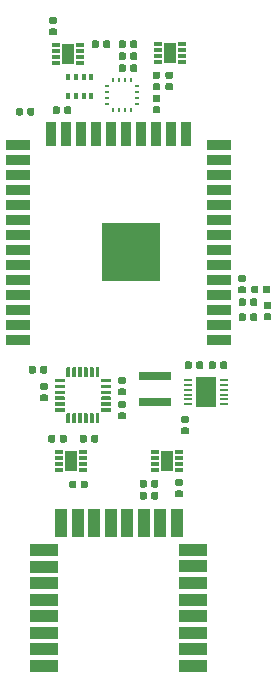
<source format=gtp>
G04 #@! TF.GenerationSoftware,KiCad,Pcbnew,(5.1.5)-3*
G04 #@! TF.CreationDate,2021-11-09T21:41:46-05:00*
G04 #@! TF.ProjectId,MotorDriver,4d6f746f-7244-4726-9976-65722e6b6963,rev?*
G04 #@! TF.SameCoordinates,Original*
G04 #@! TF.FileFunction,Paste,Top*
G04 #@! TF.FilePolarity,Positive*
%FSLAX46Y46*%
G04 Gerber Fmt 4.6, Leading zero omitted, Abs format (unit mm)*
G04 Created by KiCad (PCBNEW (5.1.5)-3) date 2021-11-09 21:41:46*
%MOMM*%
%LPD*%
G04 APERTURE LIST*
%ADD10C,0.100000*%
%ADD11R,2.700000X0.800000*%
%ADD12R,0.350000X0.500000*%
%ADD13R,0.260000X0.450000*%
%ADD14R,0.450000X0.260000*%
%ADD15R,1.800000X2.550000*%
%ADD16R,0.800000X0.200000*%
%ADD17R,1.000000X1.700000*%
%ADD18R,0.700000X0.300000*%
%ADD19R,2.450000X1.000000*%
%ADD20R,1.000000X2.450000*%
%ADD21R,2.000000X0.900000*%
%ADD22R,0.900000X2.000000*%
%ADD23R,5.000000X5.000000*%
G04 APERTURE END LIST*
D10*
G36*
X80448958Y-42860710D02*
G01*
X80463276Y-42862834D01*
X80477317Y-42866351D01*
X80490946Y-42871228D01*
X80504031Y-42877417D01*
X80516447Y-42884858D01*
X80528073Y-42893481D01*
X80538798Y-42903202D01*
X80548519Y-42913927D01*
X80557142Y-42925553D01*
X80564583Y-42937969D01*
X80570772Y-42951054D01*
X80575649Y-42964683D01*
X80579166Y-42978724D01*
X80581290Y-42993042D01*
X80582000Y-43007500D01*
X80582000Y-43352500D01*
X80581290Y-43366958D01*
X80579166Y-43381276D01*
X80575649Y-43395317D01*
X80570772Y-43408946D01*
X80564583Y-43422031D01*
X80557142Y-43434447D01*
X80548519Y-43446073D01*
X80538798Y-43456798D01*
X80528073Y-43466519D01*
X80516447Y-43475142D01*
X80504031Y-43482583D01*
X80490946Y-43488772D01*
X80477317Y-43493649D01*
X80463276Y-43497166D01*
X80448958Y-43499290D01*
X80434500Y-43500000D01*
X80139500Y-43500000D01*
X80125042Y-43499290D01*
X80110724Y-43497166D01*
X80096683Y-43493649D01*
X80083054Y-43488772D01*
X80069969Y-43482583D01*
X80057553Y-43475142D01*
X80045927Y-43466519D01*
X80035202Y-43456798D01*
X80025481Y-43446073D01*
X80016858Y-43434447D01*
X80009417Y-43422031D01*
X80003228Y-43408946D01*
X79998351Y-43395317D01*
X79994834Y-43381276D01*
X79992710Y-43366958D01*
X79992000Y-43352500D01*
X79992000Y-43007500D01*
X79992710Y-42993042D01*
X79994834Y-42978724D01*
X79998351Y-42964683D01*
X80003228Y-42951054D01*
X80009417Y-42937969D01*
X80016858Y-42925553D01*
X80025481Y-42913927D01*
X80035202Y-42903202D01*
X80045927Y-42893481D01*
X80057553Y-42884858D01*
X80069969Y-42877417D01*
X80083054Y-42871228D01*
X80096683Y-42866351D01*
X80110724Y-42862834D01*
X80125042Y-42860710D01*
X80139500Y-42860000D01*
X80434500Y-42860000D01*
X80448958Y-42860710D01*
G37*
G36*
X81418958Y-42860710D02*
G01*
X81433276Y-42862834D01*
X81447317Y-42866351D01*
X81460946Y-42871228D01*
X81474031Y-42877417D01*
X81486447Y-42884858D01*
X81498073Y-42893481D01*
X81508798Y-42903202D01*
X81518519Y-42913927D01*
X81527142Y-42925553D01*
X81534583Y-42937969D01*
X81540772Y-42951054D01*
X81545649Y-42964683D01*
X81549166Y-42978724D01*
X81551290Y-42993042D01*
X81552000Y-43007500D01*
X81552000Y-43352500D01*
X81551290Y-43366958D01*
X81549166Y-43381276D01*
X81545649Y-43395317D01*
X81540772Y-43408946D01*
X81534583Y-43422031D01*
X81527142Y-43434447D01*
X81518519Y-43446073D01*
X81508798Y-43456798D01*
X81498073Y-43466519D01*
X81486447Y-43475142D01*
X81474031Y-43482583D01*
X81460946Y-43488772D01*
X81447317Y-43493649D01*
X81433276Y-43497166D01*
X81418958Y-43499290D01*
X81404500Y-43500000D01*
X81109500Y-43500000D01*
X81095042Y-43499290D01*
X81080724Y-43497166D01*
X81066683Y-43493649D01*
X81053054Y-43488772D01*
X81039969Y-43482583D01*
X81027553Y-43475142D01*
X81015927Y-43466519D01*
X81005202Y-43456798D01*
X80995481Y-43446073D01*
X80986858Y-43434447D01*
X80979417Y-43422031D01*
X80973228Y-43408946D01*
X80968351Y-43395317D01*
X80964834Y-43381276D01*
X80962710Y-43366958D01*
X80962000Y-43352500D01*
X80962000Y-43007500D01*
X80962710Y-42993042D01*
X80964834Y-42978724D01*
X80968351Y-42964683D01*
X80973228Y-42951054D01*
X80979417Y-42937969D01*
X80986858Y-42925553D01*
X80995481Y-42913927D01*
X81005202Y-42903202D01*
X81015927Y-42893481D01*
X81027553Y-42884858D01*
X81039969Y-42877417D01*
X81053054Y-42871228D01*
X81066683Y-42866351D01*
X81080724Y-42862834D01*
X81095042Y-42860710D01*
X81109500Y-42860000D01*
X81404500Y-42860000D01*
X81418958Y-42860710D01*
G37*
G36*
X80448958Y-43876710D02*
G01*
X80463276Y-43878834D01*
X80477317Y-43882351D01*
X80490946Y-43887228D01*
X80504031Y-43893417D01*
X80516447Y-43900858D01*
X80528073Y-43909481D01*
X80538798Y-43919202D01*
X80548519Y-43929927D01*
X80557142Y-43941553D01*
X80564583Y-43953969D01*
X80570772Y-43967054D01*
X80575649Y-43980683D01*
X80579166Y-43994724D01*
X80581290Y-44009042D01*
X80582000Y-44023500D01*
X80582000Y-44368500D01*
X80581290Y-44382958D01*
X80579166Y-44397276D01*
X80575649Y-44411317D01*
X80570772Y-44424946D01*
X80564583Y-44438031D01*
X80557142Y-44450447D01*
X80548519Y-44462073D01*
X80538798Y-44472798D01*
X80528073Y-44482519D01*
X80516447Y-44491142D01*
X80504031Y-44498583D01*
X80490946Y-44504772D01*
X80477317Y-44509649D01*
X80463276Y-44513166D01*
X80448958Y-44515290D01*
X80434500Y-44516000D01*
X80139500Y-44516000D01*
X80125042Y-44515290D01*
X80110724Y-44513166D01*
X80096683Y-44509649D01*
X80083054Y-44504772D01*
X80069969Y-44498583D01*
X80057553Y-44491142D01*
X80045927Y-44482519D01*
X80035202Y-44472798D01*
X80025481Y-44462073D01*
X80016858Y-44450447D01*
X80009417Y-44438031D01*
X80003228Y-44424946D01*
X79998351Y-44411317D01*
X79994834Y-44397276D01*
X79992710Y-44382958D01*
X79992000Y-44368500D01*
X79992000Y-44023500D01*
X79992710Y-44009042D01*
X79994834Y-43994724D01*
X79998351Y-43980683D01*
X80003228Y-43967054D01*
X80009417Y-43953969D01*
X80016858Y-43941553D01*
X80025481Y-43929927D01*
X80035202Y-43919202D01*
X80045927Y-43909481D01*
X80057553Y-43900858D01*
X80069969Y-43893417D01*
X80083054Y-43887228D01*
X80096683Y-43882351D01*
X80110724Y-43878834D01*
X80125042Y-43876710D01*
X80139500Y-43876000D01*
X80434500Y-43876000D01*
X80448958Y-43876710D01*
G37*
G36*
X81418958Y-43876710D02*
G01*
X81433276Y-43878834D01*
X81447317Y-43882351D01*
X81460946Y-43887228D01*
X81474031Y-43893417D01*
X81486447Y-43900858D01*
X81498073Y-43909481D01*
X81508798Y-43919202D01*
X81518519Y-43929927D01*
X81527142Y-43941553D01*
X81534583Y-43953969D01*
X81540772Y-43967054D01*
X81545649Y-43980683D01*
X81549166Y-43994724D01*
X81551290Y-44009042D01*
X81552000Y-44023500D01*
X81552000Y-44368500D01*
X81551290Y-44382958D01*
X81549166Y-44397276D01*
X81545649Y-44411317D01*
X81540772Y-44424946D01*
X81534583Y-44438031D01*
X81527142Y-44450447D01*
X81518519Y-44462073D01*
X81508798Y-44472798D01*
X81498073Y-44482519D01*
X81486447Y-44491142D01*
X81474031Y-44498583D01*
X81460946Y-44504772D01*
X81447317Y-44509649D01*
X81433276Y-44513166D01*
X81418958Y-44515290D01*
X81404500Y-44516000D01*
X81109500Y-44516000D01*
X81095042Y-44515290D01*
X81080724Y-44513166D01*
X81066683Y-44509649D01*
X81053054Y-44504772D01*
X81039969Y-44498583D01*
X81027553Y-44491142D01*
X81015927Y-44482519D01*
X81005202Y-44472798D01*
X80995481Y-44462073D01*
X80986858Y-44450447D01*
X80979417Y-44438031D01*
X80973228Y-44424946D01*
X80968351Y-44411317D01*
X80964834Y-44397276D01*
X80962710Y-44382958D01*
X80962000Y-44368500D01*
X80962000Y-44023500D01*
X80962710Y-44009042D01*
X80964834Y-43994724D01*
X80968351Y-43980683D01*
X80973228Y-43967054D01*
X80979417Y-43953969D01*
X80986858Y-43941553D01*
X80995481Y-43929927D01*
X81005202Y-43919202D01*
X81015927Y-43909481D01*
X81027553Y-43900858D01*
X81039969Y-43893417D01*
X81053054Y-43887228D01*
X81066683Y-43882351D01*
X81080724Y-43878834D01*
X81095042Y-43876710D01*
X81109500Y-43876000D01*
X81404500Y-43876000D01*
X81418958Y-43876710D01*
G37*
D11*
X83058000Y-71290000D03*
X83058000Y-73490000D03*
D10*
G36*
X75830958Y-48448710D02*
G01*
X75845276Y-48450834D01*
X75859317Y-48454351D01*
X75872946Y-48459228D01*
X75886031Y-48465417D01*
X75898447Y-48472858D01*
X75910073Y-48481481D01*
X75920798Y-48491202D01*
X75930519Y-48501927D01*
X75939142Y-48513553D01*
X75946583Y-48525969D01*
X75952772Y-48539054D01*
X75957649Y-48552683D01*
X75961166Y-48566724D01*
X75963290Y-48581042D01*
X75964000Y-48595500D01*
X75964000Y-48940500D01*
X75963290Y-48954958D01*
X75961166Y-48969276D01*
X75957649Y-48983317D01*
X75952772Y-48996946D01*
X75946583Y-49010031D01*
X75939142Y-49022447D01*
X75930519Y-49034073D01*
X75920798Y-49044798D01*
X75910073Y-49054519D01*
X75898447Y-49063142D01*
X75886031Y-49070583D01*
X75872946Y-49076772D01*
X75859317Y-49081649D01*
X75845276Y-49085166D01*
X75830958Y-49087290D01*
X75816500Y-49088000D01*
X75521500Y-49088000D01*
X75507042Y-49087290D01*
X75492724Y-49085166D01*
X75478683Y-49081649D01*
X75465054Y-49076772D01*
X75451969Y-49070583D01*
X75439553Y-49063142D01*
X75427927Y-49054519D01*
X75417202Y-49044798D01*
X75407481Y-49034073D01*
X75398858Y-49022447D01*
X75391417Y-49010031D01*
X75385228Y-48996946D01*
X75380351Y-48983317D01*
X75376834Y-48969276D01*
X75374710Y-48954958D01*
X75374000Y-48940500D01*
X75374000Y-48595500D01*
X75374710Y-48581042D01*
X75376834Y-48566724D01*
X75380351Y-48552683D01*
X75385228Y-48539054D01*
X75391417Y-48525969D01*
X75398858Y-48513553D01*
X75407481Y-48501927D01*
X75417202Y-48491202D01*
X75427927Y-48481481D01*
X75439553Y-48472858D01*
X75451969Y-48465417D01*
X75465054Y-48459228D01*
X75478683Y-48454351D01*
X75492724Y-48450834D01*
X75507042Y-48448710D01*
X75521500Y-48448000D01*
X75816500Y-48448000D01*
X75830958Y-48448710D01*
G37*
G36*
X74860958Y-48448710D02*
G01*
X74875276Y-48450834D01*
X74889317Y-48454351D01*
X74902946Y-48459228D01*
X74916031Y-48465417D01*
X74928447Y-48472858D01*
X74940073Y-48481481D01*
X74950798Y-48491202D01*
X74960519Y-48501927D01*
X74969142Y-48513553D01*
X74976583Y-48525969D01*
X74982772Y-48539054D01*
X74987649Y-48552683D01*
X74991166Y-48566724D01*
X74993290Y-48581042D01*
X74994000Y-48595500D01*
X74994000Y-48940500D01*
X74993290Y-48954958D01*
X74991166Y-48969276D01*
X74987649Y-48983317D01*
X74982772Y-48996946D01*
X74976583Y-49010031D01*
X74969142Y-49022447D01*
X74960519Y-49034073D01*
X74950798Y-49044798D01*
X74940073Y-49054519D01*
X74928447Y-49063142D01*
X74916031Y-49070583D01*
X74902946Y-49076772D01*
X74889317Y-49081649D01*
X74875276Y-49085166D01*
X74860958Y-49087290D01*
X74846500Y-49088000D01*
X74551500Y-49088000D01*
X74537042Y-49087290D01*
X74522724Y-49085166D01*
X74508683Y-49081649D01*
X74495054Y-49076772D01*
X74481969Y-49070583D01*
X74469553Y-49063142D01*
X74457927Y-49054519D01*
X74447202Y-49044798D01*
X74437481Y-49034073D01*
X74428858Y-49022447D01*
X74421417Y-49010031D01*
X74415228Y-48996946D01*
X74410351Y-48983317D01*
X74406834Y-48969276D01*
X74404710Y-48954958D01*
X74404000Y-48940500D01*
X74404000Y-48595500D01*
X74404710Y-48581042D01*
X74406834Y-48566724D01*
X74410351Y-48552683D01*
X74415228Y-48539054D01*
X74421417Y-48525969D01*
X74428858Y-48513553D01*
X74437481Y-48501927D01*
X74447202Y-48491202D01*
X74457927Y-48481481D01*
X74469553Y-48472858D01*
X74481969Y-48465417D01*
X74495054Y-48459228D01*
X74508683Y-48454351D01*
X74522724Y-48450834D01*
X74537042Y-48448710D01*
X74551500Y-48448000D01*
X74846500Y-48448000D01*
X74860958Y-48448710D01*
G37*
G36*
X85784958Y-75628710D02*
G01*
X85799276Y-75630834D01*
X85813317Y-75634351D01*
X85826946Y-75639228D01*
X85840031Y-75645417D01*
X85852447Y-75652858D01*
X85864073Y-75661481D01*
X85874798Y-75671202D01*
X85884519Y-75681927D01*
X85893142Y-75693553D01*
X85900583Y-75705969D01*
X85906772Y-75719054D01*
X85911649Y-75732683D01*
X85915166Y-75746724D01*
X85917290Y-75761042D01*
X85918000Y-75775500D01*
X85918000Y-76070500D01*
X85917290Y-76084958D01*
X85915166Y-76099276D01*
X85911649Y-76113317D01*
X85906772Y-76126946D01*
X85900583Y-76140031D01*
X85893142Y-76152447D01*
X85884519Y-76164073D01*
X85874798Y-76174798D01*
X85864073Y-76184519D01*
X85852447Y-76193142D01*
X85840031Y-76200583D01*
X85826946Y-76206772D01*
X85813317Y-76211649D01*
X85799276Y-76215166D01*
X85784958Y-76217290D01*
X85770500Y-76218000D01*
X85425500Y-76218000D01*
X85411042Y-76217290D01*
X85396724Y-76215166D01*
X85382683Y-76211649D01*
X85369054Y-76206772D01*
X85355969Y-76200583D01*
X85343553Y-76193142D01*
X85331927Y-76184519D01*
X85321202Y-76174798D01*
X85311481Y-76164073D01*
X85302858Y-76152447D01*
X85295417Y-76140031D01*
X85289228Y-76126946D01*
X85284351Y-76113317D01*
X85280834Y-76099276D01*
X85278710Y-76084958D01*
X85278000Y-76070500D01*
X85278000Y-75775500D01*
X85278710Y-75761042D01*
X85280834Y-75746724D01*
X85284351Y-75732683D01*
X85289228Y-75719054D01*
X85295417Y-75705969D01*
X85302858Y-75693553D01*
X85311481Y-75681927D01*
X85321202Y-75671202D01*
X85331927Y-75661481D01*
X85343553Y-75652858D01*
X85355969Y-75645417D01*
X85369054Y-75639228D01*
X85382683Y-75634351D01*
X85396724Y-75630834D01*
X85411042Y-75628710D01*
X85425500Y-75628000D01*
X85770500Y-75628000D01*
X85784958Y-75628710D01*
G37*
G36*
X85784958Y-74658710D02*
G01*
X85799276Y-74660834D01*
X85813317Y-74664351D01*
X85826946Y-74669228D01*
X85840031Y-74675417D01*
X85852447Y-74682858D01*
X85864073Y-74691481D01*
X85874798Y-74701202D01*
X85884519Y-74711927D01*
X85893142Y-74723553D01*
X85900583Y-74735969D01*
X85906772Y-74749054D01*
X85911649Y-74762683D01*
X85915166Y-74776724D01*
X85917290Y-74791042D01*
X85918000Y-74805500D01*
X85918000Y-75100500D01*
X85917290Y-75114958D01*
X85915166Y-75129276D01*
X85911649Y-75143317D01*
X85906772Y-75156946D01*
X85900583Y-75170031D01*
X85893142Y-75182447D01*
X85884519Y-75194073D01*
X85874798Y-75204798D01*
X85864073Y-75214519D01*
X85852447Y-75223142D01*
X85840031Y-75230583D01*
X85826946Y-75236772D01*
X85813317Y-75241649D01*
X85799276Y-75245166D01*
X85784958Y-75247290D01*
X85770500Y-75248000D01*
X85425500Y-75248000D01*
X85411042Y-75247290D01*
X85396724Y-75245166D01*
X85382683Y-75241649D01*
X85369054Y-75236772D01*
X85355969Y-75230583D01*
X85343553Y-75223142D01*
X85331927Y-75214519D01*
X85321202Y-75204798D01*
X85311481Y-75194073D01*
X85302858Y-75182447D01*
X85295417Y-75170031D01*
X85289228Y-75156946D01*
X85284351Y-75143317D01*
X85280834Y-75129276D01*
X85278710Y-75114958D01*
X85278000Y-75100500D01*
X85278000Y-74805500D01*
X85278710Y-74791042D01*
X85280834Y-74776724D01*
X85284351Y-74762683D01*
X85289228Y-74749054D01*
X85295417Y-74735969D01*
X85302858Y-74723553D01*
X85311481Y-74711927D01*
X85321202Y-74701202D01*
X85331927Y-74691481D01*
X85343553Y-74682858D01*
X85355969Y-74675417D01*
X85369054Y-74669228D01*
X85382683Y-74664351D01*
X85396724Y-74660834D01*
X85411042Y-74658710D01*
X85425500Y-74658000D01*
X85770500Y-74658000D01*
X85784958Y-74658710D01*
G37*
G36*
X86036958Y-70038710D02*
G01*
X86051276Y-70040834D01*
X86065317Y-70044351D01*
X86078946Y-70049228D01*
X86092031Y-70055417D01*
X86104447Y-70062858D01*
X86116073Y-70071481D01*
X86126798Y-70081202D01*
X86136519Y-70091927D01*
X86145142Y-70103553D01*
X86152583Y-70115969D01*
X86158772Y-70129054D01*
X86163649Y-70142683D01*
X86167166Y-70156724D01*
X86169290Y-70171042D01*
X86170000Y-70185500D01*
X86170000Y-70530500D01*
X86169290Y-70544958D01*
X86167166Y-70559276D01*
X86163649Y-70573317D01*
X86158772Y-70586946D01*
X86152583Y-70600031D01*
X86145142Y-70612447D01*
X86136519Y-70624073D01*
X86126798Y-70634798D01*
X86116073Y-70644519D01*
X86104447Y-70653142D01*
X86092031Y-70660583D01*
X86078946Y-70666772D01*
X86065317Y-70671649D01*
X86051276Y-70675166D01*
X86036958Y-70677290D01*
X86022500Y-70678000D01*
X85727500Y-70678000D01*
X85713042Y-70677290D01*
X85698724Y-70675166D01*
X85684683Y-70671649D01*
X85671054Y-70666772D01*
X85657969Y-70660583D01*
X85645553Y-70653142D01*
X85633927Y-70644519D01*
X85623202Y-70634798D01*
X85613481Y-70624073D01*
X85604858Y-70612447D01*
X85597417Y-70600031D01*
X85591228Y-70586946D01*
X85586351Y-70573317D01*
X85582834Y-70559276D01*
X85580710Y-70544958D01*
X85580000Y-70530500D01*
X85580000Y-70185500D01*
X85580710Y-70171042D01*
X85582834Y-70156724D01*
X85586351Y-70142683D01*
X85591228Y-70129054D01*
X85597417Y-70115969D01*
X85604858Y-70103553D01*
X85613481Y-70091927D01*
X85623202Y-70081202D01*
X85633927Y-70071481D01*
X85645553Y-70062858D01*
X85657969Y-70055417D01*
X85671054Y-70049228D01*
X85684683Y-70044351D01*
X85698724Y-70040834D01*
X85713042Y-70038710D01*
X85727500Y-70038000D01*
X86022500Y-70038000D01*
X86036958Y-70038710D01*
G37*
G36*
X87006958Y-70038710D02*
G01*
X87021276Y-70040834D01*
X87035317Y-70044351D01*
X87048946Y-70049228D01*
X87062031Y-70055417D01*
X87074447Y-70062858D01*
X87086073Y-70071481D01*
X87096798Y-70081202D01*
X87106519Y-70091927D01*
X87115142Y-70103553D01*
X87122583Y-70115969D01*
X87128772Y-70129054D01*
X87133649Y-70142683D01*
X87137166Y-70156724D01*
X87139290Y-70171042D01*
X87140000Y-70185500D01*
X87140000Y-70530500D01*
X87139290Y-70544958D01*
X87137166Y-70559276D01*
X87133649Y-70573317D01*
X87128772Y-70586946D01*
X87122583Y-70600031D01*
X87115142Y-70612447D01*
X87106519Y-70624073D01*
X87096798Y-70634798D01*
X87086073Y-70644519D01*
X87074447Y-70653142D01*
X87062031Y-70660583D01*
X87048946Y-70666772D01*
X87035317Y-70671649D01*
X87021276Y-70675166D01*
X87006958Y-70677290D01*
X86992500Y-70678000D01*
X86697500Y-70678000D01*
X86683042Y-70677290D01*
X86668724Y-70675166D01*
X86654683Y-70671649D01*
X86641054Y-70666772D01*
X86627969Y-70660583D01*
X86615553Y-70653142D01*
X86603927Y-70644519D01*
X86593202Y-70634798D01*
X86583481Y-70624073D01*
X86574858Y-70612447D01*
X86567417Y-70600031D01*
X86561228Y-70586946D01*
X86556351Y-70573317D01*
X86552834Y-70559276D01*
X86550710Y-70544958D01*
X86550000Y-70530500D01*
X86550000Y-70185500D01*
X86550710Y-70171042D01*
X86552834Y-70156724D01*
X86556351Y-70142683D01*
X86561228Y-70129054D01*
X86567417Y-70115969D01*
X86574858Y-70103553D01*
X86583481Y-70091927D01*
X86593202Y-70081202D01*
X86603927Y-70071481D01*
X86615553Y-70062858D01*
X86627969Y-70055417D01*
X86641054Y-70049228D01*
X86654683Y-70044351D01*
X86668724Y-70040834D01*
X86683042Y-70038710D01*
X86697500Y-70038000D01*
X86992500Y-70038000D01*
X87006958Y-70038710D01*
G37*
G36*
X75369351Y-73998361D02*
G01*
X75376632Y-73999441D01*
X75383771Y-74001229D01*
X75390701Y-74003709D01*
X75397355Y-74006856D01*
X75403668Y-74010640D01*
X75409579Y-74015024D01*
X75415033Y-74019967D01*
X75419976Y-74025421D01*
X75424360Y-74031332D01*
X75428144Y-74037645D01*
X75431291Y-74044299D01*
X75433771Y-74051229D01*
X75435559Y-74058368D01*
X75436639Y-74065649D01*
X75437000Y-74073000D01*
X75437000Y-74223000D01*
X75436639Y-74230351D01*
X75435559Y-74237632D01*
X75433771Y-74244771D01*
X75431291Y-74251701D01*
X75428144Y-74258355D01*
X75424360Y-74264668D01*
X75419976Y-74270579D01*
X75415033Y-74276033D01*
X75409579Y-74280976D01*
X75403668Y-74285360D01*
X75397355Y-74289144D01*
X75390701Y-74292291D01*
X75383771Y-74294771D01*
X75376632Y-74296559D01*
X75369351Y-74297639D01*
X75362000Y-74298000D01*
X74662000Y-74298000D01*
X74654649Y-74297639D01*
X74647368Y-74296559D01*
X74640229Y-74294771D01*
X74633299Y-74292291D01*
X74626645Y-74289144D01*
X74620332Y-74285360D01*
X74614421Y-74280976D01*
X74608967Y-74276033D01*
X74604024Y-74270579D01*
X74599640Y-74264668D01*
X74595856Y-74258355D01*
X74592709Y-74251701D01*
X74590229Y-74244771D01*
X74588441Y-74237632D01*
X74587361Y-74230351D01*
X74587000Y-74223000D01*
X74587000Y-74073000D01*
X74587361Y-74065649D01*
X74588441Y-74058368D01*
X74590229Y-74051229D01*
X74592709Y-74044299D01*
X74595856Y-74037645D01*
X74599640Y-74031332D01*
X74604024Y-74025421D01*
X74608967Y-74019967D01*
X74614421Y-74015024D01*
X74620332Y-74010640D01*
X74626645Y-74006856D01*
X74633299Y-74003709D01*
X74640229Y-74001229D01*
X74647368Y-73999441D01*
X74654649Y-73998361D01*
X74662000Y-73998000D01*
X75362000Y-73998000D01*
X75369351Y-73998361D01*
G37*
G36*
X75369351Y-73498361D02*
G01*
X75376632Y-73499441D01*
X75383771Y-73501229D01*
X75390701Y-73503709D01*
X75397355Y-73506856D01*
X75403668Y-73510640D01*
X75409579Y-73515024D01*
X75415033Y-73519967D01*
X75419976Y-73525421D01*
X75424360Y-73531332D01*
X75428144Y-73537645D01*
X75431291Y-73544299D01*
X75433771Y-73551229D01*
X75435559Y-73558368D01*
X75436639Y-73565649D01*
X75437000Y-73573000D01*
X75437000Y-73723000D01*
X75436639Y-73730351D01*
X75435559Y-73737632D01*
X75433771Y-73744771D01*
X75431291Y-73751701D01*
X75428144Y-73758355D01*
X75424360Y-73764668D01*
X75419976Y-73770579D01*
X75415033Y-73776033D01*
X75409579Y-73780976D01*
X75403668Y-73785360D01*
X75397355Y-73789144D01*
X75390701Y-73792291D01*
X75383771Y-73794771D01*
X75376632Y-73796559D01*
X75369351Y-73797639D01*
X75362000Y-73798000D01*
X74662000Y-73798000D01*
X74654649Y-73797639D01*
X74647368Y-73796559D01*
X74640229Y-73794771D01*
X74633299Y-73792291D01*
X74626645Y-73789144D01*
X74620332Y-73785360D01*
X74614421Y-73780976D01*
X74608967Y-73776033D01*
X74604024Y-73770579D01*
X74599640Y-73764668D01*
X74595856Y-73758355D01*
X74592709Y-73751701D01*
X74590229Y-73744771D01*
X74588441Y-73737632D01*
X74587361Y-73730351D01*
X74587000Y-73723000D01*
X74587000Y-73573000D01*
X74587361Y-73565649D01*
X74588441Y-73558368D01*
X74590229Y-73551229D01*
X74592709Y-73544299D01*
X74595856Y-73537645D01*
X74599640Y-73531332D01*
X74604024Y-73525421D01*
X74608967Y-73519967D01*
X74614421Y-73515024D01*
X74620332Y-73510640D01*
X74626645Y-73506856D01*
X74633299Y-73503709D01*
X74640229Y-73501229D01*
X74647368Y-73499441D01*
X74654649Y-73498361D01*
X74662000Y-73498000D01*
X75362000Y-73498000D01*
X75369351Y-73498361D01*
G37*
G36*
X75369351Y-72998361D02*
G01*
X75376632Y-72999441D01*
X75383771Y-73001229D01*
X75390701Y-73003709D01*
X75397355Y-73006856D01*
X75403668Y-73010640D01*
X75409579Y-73015024D01*
X75415033Y-73019967D01*
X75419976Y-73025421D01*
X75424360Y-73031332D01*
X75428144Y-73037645D01*
X75431291Y-73044299D01*
X75433771Y-73051229D01*
X75435559Y-73058368D01*
X75436639Y-73065649D01*
X75437000Y-73073000D01*
X75437000Y-73223000D01*
X75436639Y-73230351D01*
X75435559Y-73237632D01*
X75433771Y-73244771D01*
X75431291Y-73251701D01*
X75428144Y-73258355D01*
X75424360Y-73264668D01*
X75419976Y-73270579D01*
X75415033Y-73276033D01*
X75409579Y-73280976D01*
X75403668Y-73285360D01*
X75397355Y-73289144D01*
X75390701Y-73292291D01*
X75383771Y-73294771D01*
X75376632Y-73296559D01*
X75369351Y-73297639D01*
X75362000Y-73298000D01*
X74662000Y-73298000D01*
X74654649Y-73297639D01*
X74647368Y-73296559D01*
X74640229Y-73294771D01*
X74633299Y-73292291D01*
X74626645Y-73289144D01*
X74620332Y-73285360D01*
X74614421Y-73280976D01*
X74608967Y-73276033D01*
X74604024Y-73270579D01*
X74599640Y-73264668D01*
X74595856Y-73258355D01*
X74592709Y-73251701D01*
X74590229Y-73244771D01*
X74588441Y-73237632D01*
X74587361Y-73230351D01*
X74587000Y-73223000D01*
X74587000Y-73073000D01*
X74587361Y-73065649D01*
X74588441Y-73058368D01*
X74590229Y-73051229D01*
X74592709Y-73044299D01*
X74595856Y-73037645D01*
X74599640Y-73031332D01*
X74604024Y-73025421D01*
X74608967Y-73019967D01*
X74614421Y-73015024D01*
X74620332Y-73010640D01*
X74626645Y-73006856D01*
X74633299Y-73003709D01*
X74640229Y-73001229D01*
X74647368Y-72999441D01*
X74654649Y-72998361D01*
X74662000Y-72998000D01*
X75362000Y-72998000D01*
X75369351Y-72998361D01*
G37*
G36*
X75369351Y-72498361D02*
G01*
X75376632Y-72499441D01*
X75383771Y-72501229D01*
X75390701Y-72503709D01*
X75397355Y-72506856D01*
X75403668Y-72510640D01*
X75409579Y-72515024D01*
X75415033Y-72519967D01*
X75419976Y-72525421D01*
X75424360Y-72531332D01*
X75428144Y-72537645D01*
X75431291Y-72544299D01*
X75433771Y-72551229D01*
X75435559Y-72558368D01*
X75436639Y-72565649D01*
X75437000Y-72573000D01*
X75437000Y-72723000D01*
X75436639Y-72730351D01*
X75435559Y-72737632D01*
X75433771Y-72744771D01*
X75431291Y-72751701D01*
X75428144Y-72758355D01*
X75424360Y-72764668D01*
X75419976Y-72770579D01*
X75415033Y-72776033D01*
X75409579Y-72780976D01*
X75403668Y-72785360D01*
X75397355Y-72789144D01*
X75390701Y-72792291D01*
X75383771Y-72794771D01*
X75376632Y-72796559D01*
X75369351Y-72797639D01*
X75362000Y-72798000D01*
X74662000Y-72798000D01*
X74654649Y-72797639D01*
X74647368Y-72796559D01*
X74640229Y-72794771D01*
X74633299Y-72792291D01*
X74626645Y-72789144D01*
X74620332Y-72785360D01*
X74614421Y-72780976D01*
X74608967Y-72776033D01*
X74604024Y-72770579D01*
X74599640Y-72764668D01*
X74595856Y-72758355D01*
X74592709Y-72751701D01*
X74590229Y-72744771D01*
X74588441Y-72737632D01*
X74587361Y-72730351D01*
X74587000Y-72723000D01*
X74587000Y-72573000D01*
X74587361Y-72565649D01*
X74588441Y-72558368D01*
X74590229Y-72551229D01*
X74592709Y-72544299D01*
X74595856Y-72537645D01*
X74599640Y-72531332D01*
X74604024Y-72525421D01*
X74608967Y-72519967D01*
X74614421Y-72515024D01*
X74620332Y-72510640D01*
X74626645Y-72506856D01*
X74633299Y-72503709D01*
X74640229Y-72501229D01*
X74647368Y-72499441D01*
X74654649Y-72498361D01*
X74662000Y-72498000D01*
X75362000Y-72498000D01*
X75369351Y-72498361D01*
G37*
G36*
X75369351Y-71998361D02*
G01*
X75376632Y-71999441D01*
X75383771Y-72001229D01*
X75390701Y-72003709D01*
X75397355Y-72006856D01*
X75403668Y-72010640D01*
X75409579Y-72015024D01*
X75415033Y-72019967D01*
X75419976Y-72025421D01*
X75424360Y-72031332D01*
X75428144Y-72037645D01*
X75431291Y-72044299D01*
X75433771Y-72051229D01*
X75435559Y-72058368D01*
X75436639Y-72065649D01*
X75437000Y-72073000D01*
X75437000Y-72223000D01*
X75436639Y-72230351D01*
X75435559Y-72237632D01*
X75433771Y-72244771D01*
X75431291Y-72251701D01*
X75428144Y-72258355D01*
X75424360Y-72264668D01*
X75419976Y-72270579D01*
X75415033Y-72276033D01*
X75409579Y-72280976D01*
X75403668Y-72285360D01*
X75397355Y-72289144D01*
X75390701Y-72292291D01*
X75383771Y-72294771D01*
X75376632Y-72296559D01*
X75369351Y-72297639D01*
X75362000Y-72298000D01*
X74662000Y-72298000D01*
X74654649Y-72297639D01*
X74647368Y-72296559D01*
X74640229Y-72294771D01*
X74633299Y-72292291D01*
X74626645Y-72289144D01*
X74620332Y-72285360D01*
X74614421Y-72280976D01*
X74608967Y-72276033D01*
X74604024Y-72270579D01*
X74599640Y-72264668D01*
X74595856Y-72258355D01*
X74592709Y-72251701D01*
X74590229Y-72244771D01*
X74588441Y-72237632D01*
X74587361Y-72230351D01*
X74587000Y-72223000D01*
X74587000Y-72073000D01*
X74587361Y-72065649D01*
X74588441Y-72058368D01*
X74590229Y-72051229D01*
X74592709Y-72044299D01*
X74595856Y-72037645D01*
X74599640Y-72031332D01*
X74604024Y-72025421D01*
X74608967Y-72019967D01*
X74614421Y-72015024D01*
X74620332Y-72010640D01*
X74626645Y-72006856D01*
X74633299Y-72003709D01*
X74640229Y-72001229D01*
X74647368Y-71999441D01*
X74654649Y-71998361D01*
X74662000Y-71998000D01*
X75362000Y-71998000D01*
X75369351Y-71998361D01*
G37*
G36*
X75369351Y-71498361D02*
G01*
X75376632Y-71499441D01*
X75383771Y-71501229D01*
X75390701Y-71503709D01*
X75397355Y-71506856D01*
X75403668Y-71510640D01*
X75409579Y-71515024D01*
X75415033Y-71519967D01*
X75419976Y-71525421D01*
X75424360Y-71531332D01*
X75428144Y-71537645D01*
X75431291Y-71544299D01*
X75433771Y-71551229D01*
X75435559Y-71558368D01*
X75436639Y-71565649D01*
X75437000Y-71573000D01*
X75437000Y-71723000D01*
X75436639Y-71730351D01*
X75435559Y-71737632D01*
X75433771Y-71744771D01*
X75431291Y-71751701D01*
X75428144Y-71758355D01*
X75424360Y-71764668D01*
X75419976Y-71770579D01*
X75415033Y-71776033D01*
X75409579Y-71780976D01*
X75403668Y-71785360D01*
X75397355Y-71789144D01*
X75390701Y-71792291D01*
X75383771Y-71794771D01*
X75376632Y-71796559D01*
X75369351Y-71797639D01*
X75362000Y-71798000D01*
X74662000Y-71798000D01*
X74654649Y-71797639D01*
X74647368Y-71796559D01*
X74640229Y-71794771D01*
X74633299Y-71792291D01*
X74626645Y-71789144D01*
X74620332Y-71785360D01*
X74614421Y-71780976D01*
X74608967Y-71776033D01*
X74604024Y-71770579D01*
X74599640Y-71764668D01*
X74595856Y-71758355D01*
X74592709Y-71751701D01*
X74590229Y-71744771D01*
X74588441Y-71737632D01*
X74587361Y-71730351D01*
X74587000Y-71723000D01*
X74587000Y-71573000D01*
X74587361Y-71565649D01*
X74588441Y-71558368D01*
X74590229Y-71551229D01*
X74592709Y-71544299D01*
X74595856Y-71537645D01*
X74599640Y-71531332D01*
X74604024Y-71525421D01*
X74608967Y-71519967D01*
X74614421Y-71515024D01*
X74620332Y-71510640D01*
X74626645Y-71506856D01*
X74633299Y-71503709D01*
X74640229Y-71501229D01*
X74647368Y-71499441D01*
X74654649Y-71498361D01*
X74662000Y-71498000D01*
X75362000Y-71498000D01*
X75369351Y-71498361D01*
G37*
G36*
X75794351Y-70523361D02*
G01*
X75801632Y-70524441D01*
X75808771Y-70526229D01*
X75815701Y-70528709D01*
X75822355Y-70531856D01*
X75828668Y-70535640D01*
X75834579Y-70540024D01*
X75840033Y-70544967D01*
X75844976Y-70550421D01*
X75849360Y-70556332D01*
X75853144Y-70562645D01*
X75856291Y-70569299D01*
X75858771Y-70576229D01*
X75860559Y-70583368D01*
X75861639Y-70590649D01*
X75862000Y-70598000D01*
X75862000Y-71298000D01*
X75861639Y-71305351D01*
X75860559Y-71312632D01*
X75858771Y-71319771D01*
X75856291Y-71326701D01*
X75853144Y-71333355D01*
X75849360Y-71339668D01*
X75844976Y-71345579D01*
X75840033Y-71351033D01*
X75834579Y-71355976D01*
X75828668Y-71360360D01*
X75822355Y-71364144D01*
X75815701Y-71367291D01*
X75808771Y-71369771D01*
X75801632Y-71371559D01*
X75794351Y-71372639D01*
X75787000Y-71373000D01*
X75637000Y-71373000D01*
X75629649Y-71372639D01*
X75622368Y-71371559D01*
X75615229Y-71369771D01*
X75608299Y-71367291D01*
X75601645Y-71364144D01*
X75595332Y-71360360D01*
X75589421Y-71355976D01*
X75583967Y-71351033D01*
X75579024Y-71345579D01*
X75574640Y-71339668D01*
X75570856Y-71333355D01*
X75567709Y-71326701D01*
X75565229Y-71319771D01*
X75563441Y-71312632D01*
X75562361Y-71305351D01*
X75562000Y-71298000D01*
X75562000Y-70598000D01*
X75562361Y-70590649D01*
X75563441Y-70583368D01*
X75565229Y-70576229D01*
X75567709Y-70569299D01*
X75570856Y-70562645D01*
X75574640Y-70556332D01*
X75579024Y-70550421D01*
X75583967Y-70544967D01*
X75589421Y-70540024D01*
X75595332Y-70535640D01*
X75601645Y-70531856D01*
X75608299Y-70528709D01*
X75615229Y-70526229D01*
X75622368Y-70524441D01*
X75629649Y-70523361D01*
X75637000Y-70523000D01*
X75787000Y-70523000D01*
X75794351Y-70523361D01*
G37*
G36*
X76294351Y-70523361D02*
G01*
X76301632Y-70524441D01*
X76308771Y-70526229D01*
X76315701Y-70528709D01*
X76322355Y-70531856D01*
X76328668Y-70535640D01*
X76334579Y-70540024D01*
X76340033Y-70544967D01*
X76344976Y-70550421D01*
X76349360Y-70556332D01*
X76353144Y-70562645D01*
X76356291Y-70569299D01*
X76358771Y-70576229D01*
X76360559Y-70583368D01*
X76361639Y-70590649D01*
X76362000Y-70598000D01*
X76362000Y-71298000D01*
X76361639Y-71305351D01*
X76360559Y-71312632D01*
X76358771Y-71319771D01*
X76356291Y-71326701D01*
X76353144Y-71333355D01*
X76349360Y-71339668D01*
X76344976Y-71345579D01*
X76340033Y-71351033D01*
X76334579Y-71355976D01*
X76328668Y-71360360D01*
X76322355Y-71364144D01*
X76315701Y-71367291D01*
X76308771Y-71369771D01*
X76301632Y-71371559D01*
X76294351Y-71372639D01*
X76287000Y-71373000D01*
X76137000Y-71373000D01*
X76129649Y-71372639D01*
X76122368Y-71371559D01*
X76115229Y-71369771D01*
X76108299Y-71367291D01*
X76101645Y-71364144D01*
X76095332Y-71360360D01*
X76089421Y-71355976D01*
X76083967Y-71351033D01*
X76079024Y-71345579D01*
X76074640Y-71339668D01*
X76070856Y-71333355D01*
X76067709Y-71326701D01*
X76065229Y-71319771D01*
X76063441Y-71312632D01*
X76062361Y-71305351D01*
X76062000Y-71298000D01*
X76062000Y-70598000D01*
X76062361Y-70590649D01*
X76063441Y-70583368D01*
X76065229Y-70576229D01*
X76067709Y-70569299D01*
X76070856Y-70562645D01*
X76074640Y-70556332D01*
X76079024Y-70550421D01*
X76083967Y-70544967D01*
X76089421Y-70540024D01*
X76095332Y-70535640D01*
X76101645Y-70531856D01*
X76108299Y-70528709D01*
X76115229Y-70526229D01*
X76122368Y-70524441D01*
X76129649Y-70523361D01*
X76137000Y-70523000D01*
X76287000Y-70523000D01*
X76294351Y-70523361D01*
G37*
G36*
X76794351Y-70523361D02*
G01*
X76801632Y-70524441D01*
X76808771Y-70526229D01*
X76815701Y-70528709D01*
X76822355Y-70531856D01*
X76828668Y-70535640D01*
X76834579Y-70540024D01*
X76840033Y-70544967D01*
X76844976Y-70550421D01*
X76849360Y-70556332D01*
X76853144Y-70562645D01*
X76856291Y-70569299D01*
X76858771Y-70576229D01*
X76860559Y-70583368D01*
X76861639Y-70590649D01*
X76862000Y-70598000D01*
X76862000Y-71298000D01*
X76861639Y-71305351D01*
X76860559Y-71312632D01*
X76858771Y-71319771D01*
X76856291Y-71326701D01*
X76853144Y-71333355D01*
X76849360Y-71339668D01*
X76844976Y-71345579D01*
X76840033Y-71351033D01*
X76834579Y-71355976D01*
X76828668Y-71360360D01*
X76822355Y-71364144D01*
X76815701Y-71367291D01*
X76808771Y-71369771D01*
X76801632Y-71371559D01*
X76794351Y-71372639D01*
X76787000Y-71373000D01*
X76637000Y-71373000D01*
X76629649Y-71372639D01*
X76622368Y-71371559D01*
X76615229Y-71369771D01*
X76608299Y-71367291D01*
X76601645Y-71364144D01*
X76595332Y-71360360D01*
X76589421Y-71355976D01*
X76583967Y-71351033D01*
X76579024Y-71345579D01*
X76574640Y-71339668D01*
X76570856Y-71333355D01*
X76567709Y-71326701D01*
X76565229Y-71319771D01*
X76563441Y-71312632D01*
X76562361Y-71305351D01*
X76562000Y-71298000D01*
X76562000Y-70598000D01*
X76562361Y-70590649D01*
X76563441Y-70583368D01*
X76565229Y-70576229D01*
X76567709Y-70569299D01*
X76570856Y-70562645D01*
X76574640Y-70556332D01*
X76579024Y-70550421D01*
X76583967Y-70544967D01*
X76589421Y-70540024D01*
X76595332Y-70535640D01*
X76601645Y-70531856D01*
X76608299Y-70528709D01*
X76615229Y-70526229D01*
X76622368Y-70524441D01*
X76629649Y-70523361D01*
X76637000Y-70523000D01*
X76787000Y-70523000D01*
X76794351Y-70523361D01*
G37*
G36*
X77294351Y-70523361D02*
G01*
X77301632Y-70524441D01*
X77308771Y-70526229D01*
X77315701Y-70528709D01*
X77322355Y-70531856D01*
X77328668Y-70535640D01*
X77334579Y-70540024D01*
X77340033Y-70544967D01*
X77344976Y-70550421D01*
X77349360Y-70556332D01*
X77353144Y-70562645D01*
X77356291Y-70569299D01*
X77358771Y-70576229D01*
X77360559Y-70583368D01*
X77361639Y-70590649D01*
X77362000Y-70598000D01*
X77362000Y-71298000D01*
X77361639Y-71305351D01*
X77360559Y-71312632D01*
X77358771Y-71319771D01*
X77356291Y-71326701D01*
X77353144Y-71333355D01*
X77349360Y-71339668D01*
X77344976Y-71345579D01*
X77340033Y-71351033D01*
X77334579Y-71355976D01*
X77328668Y-71360360D01*
X77322355Y-71364144D01*
X77315701Y-71367291D01*
X77308771Y-71369771D01*
X77301632Y-71371559D01*
X77294351Y-71372639D01*
X77287000Y-71373000D01*
X77137000Y-71373000D01*
X77129649Y-71372639D01*
X77122368Y-71371559D01*
X77115229Y-71369771D01*
X77108299Y-71367291D01*
X77101645Y-71364144D01*
X77095332Y-71360360D01*
X77089421Y-71355976D01*
X77083967Y-71351033D01*
X77079024Y-71345579D01*
X77074640Y-71339668D01*
X77070856Y-71333355D01*
X77067709Y-71326701D01*
X77065229Y-71319771D01*
X77063441Y-71312632D01*
X77062361Y-71305351D01*
X77062000Y-71298000D01*
X77062000Y-70598000D01*
X77062361Y-70590649D01*
X77063441Y-70583368D01*
X77065229Y-70576229D01*
X77067709Y-70569299D01*
X77070856Y-70562645D01*
X77074640Y-70556332D01*
X77079024Y-70550421D01*
X77083967Y-70544967D01*
X77089421Y-70540024D01*
X77095332Y-70535640D01*
X77101645Y-70531856D01*
X77108299Y-70528709D01*
X77115229Y-70526229D01*
X77122368Y-70524441D01*
X77129649Y-70523361D01*
X77137000Y-70523000D01*
X77287000Y-70523000D01*
X77294351Y-70523361D01*
G37*
G36*
X77794351Y-70523361D02*
G01*
X77801632Y-70524441D01*
X77808771Y-70526229D01*
X77815701Y-70528709D01*
X77822355Y-70531856D01*
X77828668Y-70535640D01*
X77834579Y-70540024D01*
X77840033Y-70544967D01*
X77844976Y-70550421D01*
X77849360Y-70556332D01*
X77853144Y-70562645D01*
X77856291Y-70569299D01*
X77858771Y-70576229D01*
X77860559Y-70583368D01*
X77861639Y-70590649D01*
X77862000Y-70598000D01*
X77862000Y-71298000D01*
X77861639Y-71305351D01*
X77860559Y-71312632D01*
X77858771Y-71319771D01*
X77856291Y-71326701D01*
X77853144Y-71333355D01*
X77849360Y-71339668D01*
X77844976Y-71345579D01*
X77840033Y-71351033D01*
X77834579Y-71355976D01*
X77828668Y-71360360D01*
X77822355Y-71364144D01*
X77815701Y-71367291D01*
X77808771Y-71369771D01*
X77801632Y-71371559D01*
X77794351Y-71372639D01*
X77787000Y-71373000D01*
X77637000Y-71373000D01*
X77629649Y-71372639D01*
X77622368Y-71371559D01*
X77615229Y-71369771D01*
X77608299Y-71367291D01*
X77601645Y-71364144D01*
X77595332Y-71360360D01*
X77589421Y-71355976D01*
X77583967Y-71351033D01*
X77579024Y-71345579D01*
X77574640Y-71339668D01*
X77570856Y-71333355D01*
X77567709Y-71326701D01*
X77565229Y-71319771D01*
X77563441Y-71312632D01*
X77562361Y-71305351D01*
X77562000Y-71298000D01*
X77562000Y-70598000D01*
X77562361Y-70590649D01*
X77563441Y-70583368D01*
X77565229Y-70576229D01*
X77567709Y-70569299D01*
X77570856Y-70562645D01*
X77574640Y-70556332D01*
X77579024Y-70550421D01*
X77583967Y-70544967D01*
X77589421Y-70540024D01*
X77595332Y-70535640D01*
X77601645Y-70531856D01*
X77608299Y-70528709D01*
X77615229Y-70526229D01*
X77622368Y-70524441D01*
X77629649Y-70523361D01*
X77637000Y-70523000D01*
X77787000Y-70523000D01*
X77794351Y-70523361D01*
G37*
G36*
X78294351Y-70523361D02*
G01*
X78301632Y-70524441D01*
X78308771Y-70526229D01*
X78315701Y-70528709D01*
X78322355Y-70531856D01*
X78328668Y-70535640D01*
X78334579Y-70540024D01*
X78340033Y-70544967D01*
X78344976Y-70550421D01*
X78349360Y-70556332D01*
X78353144Y-70562645D01*
X78356291Y-70569299D01*
X78358771Y-70576229D01*
X78360559Y-70583368D01*
X78361639Y-70590649D01*
X78362000Y-70598000D01*
X78362000Y-71298000D01*
X78361639Y-71305351D01*
X78360559Y-71312632D01*
X78358771Y-71319771D01*
X78356291Y-71326701D01*
X78353144Y-71333355D01*
X78349360Y-71339668D01*
X78344976Y-71345579D01*
X78340033Y-71351033D01*
X78334579Y-71355976D01*
X78328668Y-71360360D01*
X78322355Y-71364144D01*
X78315701Y-71367291D01*
X78308771Y-71369771D01*
X78301632Y-71371559D01*
X78294351Y-71372639D01*
X78287000Y-71373000D01*
X78137000Y-71373000D01*
X78129649Y-71372639D01*
X78122368Y-71371559D01*
X78115229Y-71369771D01*
X78108299Y-71367291D01*
X78101645Y-71364144D01*
X78095332Y-71360360D01*
X78089421Y-71355976D01*
X78083967Y-71351033D01*
X78079024Y-71345579D01*
X78074640Y-71339668D01*
X78070856Y-71333355D01*
X78067709Y-71326701D01*
X78065229Y-71319771D01*
X78063441Y-71312632D01*
X78062361Y-71305351D01*
X78062000Y-71298000D01*
X78062000Y-70598000D01*
X78062361Y-70590649D01*
X78063441Y-70583368D01*
X78065229Y-70576229D01*
X78067709Y-70569299D01*
X78070856Y-70562645D01*
X78074640Y-70556332D01*
X78079024Y-70550421D01*
X78083967Y-70544967D01*
X78089421Y-70540024D01*
X78095332Y-70535640D01*
X78101645Y-70531856D01*
X78108299Y-70528709D01*
X78115229Y-70526229D01*
X78122368Y-70524441D01*
X78129649Y-70523361D01*
X78137000Y-70523000D01*
X78287000Y-70523000D01*
X78294351Y-70523361D01*
G37*
G36*
X79269351Y-71498361D02*
G01*
X79276632Y-71499441D01*
X79283771Y-71501229D01*
X79290701Y-71503709D01*
X79297355Y-71506856D01*
X79303668Y-71510640D01*
X79309579Y-71515024D01*
X79315033Y-71519967D01*
X79319976Y-71525421D01*
X79324360Y-71531332D01*
X79328144Y-71537645D01*
X79331291Y-71544299D01*
X79333771Y-71551229D01*
X79335559Y-71558368D01*
X79336639Y-71565649D01*
X79337000Y-71573000D01*
X79337000Y-71723000D01*
X79336639Y-71730351D01*
X79335559Y-71737632D01*
X79333771Y-71744771D01*
X79331291Y-71751701D01*
X79328144Y-71758355D01*
X79324360Y-71764668D01*
X79319976Y-71770579D01*
X79315033Y-71776033D01*
X79309579Y-71780976D01*
X79303668Y-71785360D01*
X79297355Y-71789144D01*
X79290701Y-71792291D01*
X79283771Y-71794771D01*
X79276632Y-71796559D01*
X79269351Y-71797639D01*
X79262000Y-71798000D01*
X78562000Y-71798000D01*
X78554649Y-71797639D01*
X78547368Y-71796559D01*
X78540229Y-71794771D01*
X78533299Y-71792291D01*
X78526645Y-71789144D01*
X78520332Y-71785360D01*
X78514421Y-71780976D01*
X78508967Y-71776033D01*
X78504024Y-71770579D01*
X78499640Y-71764668D01*
X78495856Y-71758355D01*
X78492709Y-71751701D01*
X78490229Y-71744771D01*
X78488441Y-71737632D01*
X78487361Y-71730351D01*
X78487000Y-71723000D01*
X78487000Y-71573000D01*
X78487361Y-71565649D01*
X78488441Y-71558368D01*
X78490229Y-71551229D01*
X78492709Y-71544299D01*
X78495856Y-71537645D01*
X78499640Y-71531332D01*
X78504024Y-71525421D01*
X78508967Y-71519967D01*
X78514421Y-71515024D01*
X78520332Y-71510640D01*
X78526645Y-71506856D01*
X78533299Y-71503709D01*
X78540229Y-71501229D01*
X78547368Y-71499441D01*
X78554649Y-71498361D01*
X78562000Y-71498000D01*
X79262000Y-71498000D01*
X79269351Y-71498361D01*
G37*
G36*
X79269351Y-71998361D02*
G01*
X79276632Y-71999441D01*
X79283771Y-72001229D01*
X79290701Y-72003709D01*
X79297355Y-72006856D01*
X79303668Y-72010640D01*
X79309579Y-72015024D01*
X79315033Y-72019967D01*
X79319976Y-72025421D01*
X79324360Y-72031332D01*
X79328144Y-72037645D01*
X79331291Y-72044299D01*
X79333771Y-72051229D01*
X79335559Y-72058368D01*
X79336639Y-72065649D01*
X79337000Y-72073000D01*
X79337000Y-72223000D01*
X79336639Y-72230351D01*
X79335559Y-72237632D01*
X79333771Y-72244771D01*
X79331291Y-72251701D01*
X79328144Y-72258355D01*
X79324360Y-72264668D01*
X79319976Y-72270579D01*
X79315033Y-72276033D01*
X79309579Y-72280976D01*
X79303668Y-72285360D01*
X79297355Y-72289144D01*
X79290701Y-72292291D01*
X79283771Y-72294771D01*
X79276632Y-72296559D01*
X79269351Y-72297639D01*
X79262000Y-72298000D01*
X78562000Y-72298000D01*
X78554649Y-72297639D01*
X78547368Y-72296559D01*
X78540229Y-72294771D01*
X78533299Y-72292291D01*
X78526645Y-72289144D01*
X78520332Y-72285360D01*
X78514421Y-72280976D01*
X78508967Y-72276033D01*
X78504024Y-72270579D01*
X78499640Y-72264668D01*
X78495856Y-72258355D01*
X78492709Y-72251701D01*
X78490229Y-72244771D01*
X78488441Y-72237632D01*
X78487361Y-72230351D01*
X78487000Y-72223000D01*
X78487000Y-72073000D01*
X78487361Y-72065649D01*
X78488441Y-72058368D01*
X78490229Y-72051229D01*
X78492709Y-72044299D01*
X78495856Y-72037645D01*
X78499640Y-72031332D01*
X78504024Y-72025421D01*
X78508967Y-72019967D01*
X78514421Y-72015024D01*
X78520332Y-72010640D01*
X78526645Y-72006856D01*
X78533299Y-72003709D01*
X78540229Y-72001229D01*
X78547368Y-71999441D01*
X78554649Y-71998361D01*
X78562000Y-71998000D01*
X79262000Y-71998000D01*
X79269351Y-71998361D01*
G37*
G36*
X79269351Y-72498361D02*
G01*
X79276632Y-72499441D01*
X79283771Y-72501229D01*
X79290701Y-72503709D01*
X79297355Y-72506856D01*
X79303668Y-72510640D01*
X79309579Y-72515024D01*
X79315033Y-72519967D01*
X79319976Y-72525421D01*
X79324360Y-72531332D01*
X79328144Y-72537645D01*
X79331291Y-72544299D01*
X79333771Y-72551229D01*
X79335559Y-72558368D01*
X79336639Y-72565649D01*
X79337000Y-72573000D01*
X79337000Y-72723000D01*
X79336639Y-72730351D01*
X79335559Y-72737632D01*
X79333771Y-72744771D01*
X79331291Y-72751701D01*
X79328144Y-72758355D01*
X79324360Y-72764668D01*
X79319976Y-72770579D01*
X79315033Y-72776033D01*
X79309579Y-72780976D01*
X79303668Y-72785360D01*
X79297355Y-72789144D01*
X79290701Y-72792291D01*
X79283771Y-72794771D01*
X79276632Y-72796559D01*
X79269351Y-72797639D01*
X79262000Y-72798000D01*
X78562000Y-72798000D01*
X78554649Y-72797639D01*
X78547368Y-72796559D01*
X78540229Y-72794771D01*
X78533299Y-72792291D01*
X78526645Y-72789144D01*
X78520332Y-72785360D01*
X78514421Y-72780976D01*
X78508967Y-72776033D01*
X78504024Y-72770579D01*
X78499640Y-72764668D01*
X78495856Y-72758355D01*
X78492709Y-72751701D01*
X78490229Y-72744771D01*
X78488441Y-72737632D01*
X78487361Y-72730351D01*
X78487000Y-72723000D01*
X78487000Y-72573000D01*
X78487361Y-72565649D01*
X78488441Y-72558368D01*
X78490229Y-72551229D01*
X78492709Y-72544299D01*
X78495856Y-72537645D01*
X78499640Y-72531332D01*
X78504024Y-72525421D01*
X78508967Y-72519967D01*
X78514421Y-72515024D01*
X78520332Y-72510640D01*
X78526645Y-72506856D01*
X78533299Y-72503709D01*
X78540229Y-72501229D01*
X78547368Y-72499441D01*
X78554649Y-72498361D01*
X78562000Y-72498000D01*
X79262000Y-72498000D01*
X79269351Y-72498361D01*
G37*
G36*
X79269351Y-72998361D02*
G01*
X79276632Y-72999441D01*
X79283771Y-73001229D01*
X79290701Y-73003709D01*
X79297355Y-73006856D01*
X79303668Y-73010640D01*
X79309579Y-73015024D01*
X79315033Y-73019967D01*
X79319976Y-73025421D01*
X79324360Y-73031332D01*
X79328144Y-73037645D01*
X79331291Y-73044299D01*
X79333771Y-73051229D01*
X79335559Y-73058368D01*
X79336639Y-73065649D01*
X79337000Y-73073000D01*
X79337000Y-73223000D01*
X79336639Y-73230351D01*
X79335559Y-73237632D01*
X79333771Y-73244771D01*
X79331291Y-73251701D01*
X79328144Y-73258355D01*
X79324360Y-73264668D01*
X79319976Y-73270579D01*
X79315033Y-73276033D01*
X79309579Y-73280976D01*
X79303668Y-73285360D01*
X79297355Y-73289144D01*
X79290701Y-73292291D01*
X79283771Y-73294771D01*
X79276632Y-73296559D01*
X79269351Y-73297639D01*
X79262000Y-73298000D01*
X78562000Y-73298000D01*
X78554649Y-73297639D01*
X78547368Y-73296559D01*
X78540229Y-73294771D01*
X78533299Y-73292291D01*
X78526645Y-73289144D01*
X78520332Y-73285360D01*
X78514421Y-73280976D01*
X78508967Y-73276033D01*
X78504024Y-73270579D01*
X78499640Y-73264668D01*
X78495856Y-73258355D01*
X78492709Y-73251701D01*
X78490229Y-73244771D01*
X78488441Y-73237632D01*
X78487361Y-73230351D01*
X78487000Y-73223000D01*
X78487000Y-73073000D01*
X78487361Y-73065649D01*
X78488441Y-73058368D01*
X78490229Y-73051229D01*
X78492709Y-73044299D01*
X78495856Y-73037645D01*
X78499640Y-73031332D01*
X78504024Y-73025421D01*
X78508967Y-73019967D01*
X78514421Y-73015024D01*
X78520332Y-73010640D01*
X78526645Y-73006856D01*
X78533299Y-73003709D01*
X78540229Y-73001229D01*
X78547368Y-72999441D01*
X78554649Y-72998361D01*
X78562000Y-72998000D01*
X79262000Y-72998000D01*
X79269351Y-72998361D01*
G37*
G36*
X79269351Y-73498361D02*
G01*
X79276632Y-73499441D01*
X79283771Y-73501229D01*
X79290701Y-73503709D01*
X79297355Y-73506856D01*
X79303668Y-73510640D01*
X79309579Y-73515024D01*
X79315033Y-73519967D01*
X79319976Y-73525421D01*
X79324360Y-73531332D01*
X79328144Y-73537645D01*
X79331291Y-73544299D01*
X79333771Y-73551229D01*
X79335559Y-73558368D01*
X79336639Y-73565649D01*
X79337000Y-73573000D01*
X79337000Y-73723000D01*
X79336639Y-73730351D01*
X79335559Y-73737632D01*
X79333771Y-73744771D01*
X79331291Y-73751701D01*
X79328144Y-73758355D01*
X79324360Y-73764668D01*
X79319976Y-73770579D01*
X79315033Y-73776033D01*
X79309579Y-73780976D01*
X79303668Y-73785360D01*
X79297355Y-73789144D01*
X79290701Y-73792291D01*
X79283771Y-73794771D01*
X79276632Y-73796559D01*
X79269351Y-73797639D01*
X79262000Y-73798000D01*
X78562000Y-73798000D01*
X78554649Y-73797639D01*
X78547368Y-73796559D01*
X78540229Y-73794771D01*
X78533299Y-73792291D01*
X78526645Y-73789144D01*
X78520332Y-73785360D01*
X78514421Y-73780976D01*
X78508967Y-73776033D01*
X78504024Y-73770579D01*
X78499640Y-73764668D01*
X78495856Y-73758355D01*
X78492709Y-73751701D01*
X78490229Y-73744771D01*
X78488441Y-73737632D01*
X78487361Y-73730351D01*
X78487000Y-73723000D01*
X78487000Y-73573000D01*
X78487361Y-73565649D01*
X78488441Y-73558368D01*
X78490229Y-73551229D01*
X78492709Y-73544299D01*
X78495856Y-73537645D01*
X78499640Y-73531332D01*
X78504024Y-73525421D01*
X78508967Y-73519967D01*
X78514421Y-73515024D01*
X78520332Y-73510640D01*
X78526645Y-73506856D01*
X78533299Y-73503709D01*
X78540229Y-73501229D01*
X78547368Y-73499441D01*
X78554649Y-73498361D01*
X78562000Y-73498000D01*
X79262000Y-73498000D01*
X79269351Y-73498361D01*
G37*
G36*
X79269351Y-73998361D02*
G01*
X79276632Y-73999441D01*
X79283771Y-74001229D01*
X79290701Y-74003709D01*
X79297355Y-74006856D01*
X79303668Y-74010640D01*
X79309579Y-74015024D01*
X79315033Y-74019967D01*
X79319976Y-74025421D01*
X79324360Y-74031332D01*
X79328144Y-74037645D01*
X79331291Y-74044299D01*
X79333771Y-74051229D01*
X79335559Y-74058368D01*
X79336639Y-74065649D01*
X79337000Y-74073000D01*
X79337000Y-74223000D01*
X79336639Y-74230351D01*
X79335559Y-74237632D01*
X79333771Y-74244771D01*
X79331291Y-74251701D01*
X79328144Y-74258355D01*
X79324360Y-74264668D01*
X79319976Y-74270579D01*
X79315033Y-74276033D01*
X79309579Y-74280976D01*
X79303668Y-74285360D01*
X79297355Y-74289144D01*
X79290701Y-74292291D01*
X79283771Y-74294771D01*
X79276632Y-74296559D01*
X79269351Y-74297639D01*
X79262000Y-74298000D01*
X78562000Y-74298000D01*
X78554649Y-74297639D01*
X78547368Y-74296559D01*
X78540229Y-74294771D01*
X78533299Y-74292291D01*
X78526645Y-74289144D01*
X78520332Y-74285360D01*
X78514421Y-74280976D01*
X78508967Y-74276033D01*
X78504024Y-74270579D01*
X78499640Y-74264668D01*
X78495856Y-74258355D01*
X78492709Y-74251701D01*
X78490229Y-74244771D01*
X78488441Y-74237632D01*
X78487361Y-74230351D01*
X78487000Y-74223000D01*
X78487000Y-74073000D01*
X78487361Y-74065649D01*
X78488441Y-74058368D01*
X78490229Y-74051229D01*
X78492709Y-74044299D01*
X78495856Y-74037645D01*
X78499640Y-74031332D01*
X78504024Y-74025421D01*
X78508967Y-74019967D01*
X78514421Y-74015024D01*
X78520332Y-74010640D01*
X78526645Y-74006856D01*
X78533299Y-74003709D01*
X78540229Y-74001229D01*
X78547368Y-73999441D01*
X78554649Y-73998361D01*
X78562000Y-73998000D01*
X79262000Y-73998000D01*
X79269351Y-73998361D01*
G37*
G36*
X78294351Y-74423361D02*
G01*
X78301632Y-74424441D01*
X78308771Y-74426229D01*
X78315701Y-74428709D01*
X78322355Y-74431856D01*
X78328668Y-74435640D01*
X78334579Y-74440024D01*
X78340033Y-74444967D01*
X78344976Y-74450421D01*
X78349360Y-74456332D01*
X78353144Y-74462645D01*
X78356291Y-74469299D01*
X78358771Y-74476229D01*
X78360559Y-74483368D01*
X78361639Y-74490649D01*
X78362000Y-74498000D01*
X78362000Y-75198000D01*
X78361639Y-75205351D01*
X78360559Y-75212632D01*
X78358771Y-75219771D01*
X78356291Y-75226701D01*
X78353144Y-75233355D01*
X78349360Y-75239668D01*
X78344976Y-75245579D01*
X78340033Y-75251033D01*
X78334579Y-75255976D01*
X78328668Y-75260360D01*
X78322355Y-75264144D01*
X78315701Y-75267291D01*
X78308771Y-75269771D01*
X78301632Y-75271559D01*
X78294351Y-75272639D01*
X78287000Y-75273000D01*
X78137000Y-75273000D01*
X78129649Y-75272639D01*
X78122368Y-75271559D01*
X78115229Y-75269771D01*
X78108299Y-75267291D01*
X78101645Y-75264144D01*
X78095332Y-75260360D01*
X78089421Y-75255976D01*
X78083967Y-75251033D01*
X78079024Y-75245579D01*
X78074640Y-75239668D01*
X78070856Y-75233355D01*
X78067709Y-75226701D01*
X78065229Y-75219771D01*
X78063441Y-75212632D01*
X78062361Y-75205351D01*
X78062000Y-75198000D01*
X78062000Y-74498000D01*
X78062361Y-74490649D01*
X78063441Y-74483368D01*
X78065229Y-74476229D01*
X78067709Y-74469299D01*
X78070856Y-74462645D01*
X78074640Y-74456332D01*
X78079024Y-74450421D01*
X78083967Y-74444967D01*
X78089421Y-74440024D01*
X78095332Y-74435640D01*
X78101645Y-74431856D01*
X78108299Y-74428709D01*
X78115229Y-74426229D01*
X78122368Y-74424441D01*
X78129649Y-74423361D01*
X78137000Y-74423000D01*
X78287000Y-74423000D01*
X78294351Y-74423361D01*
G37*
G36*
X77794351Y-74423361D02*
G01*
X77801632Y-74424441D01*
X77808771Y-74426229D01*
X77815701Y-74428709D01*
X77822355Y-74431856D01*
X77828668Y-74435640D01*
X77834579Y-74440024D01*
X77840033Y-74444967D01*
X77844976Y-74450421D01*
X77849360Y-74456332D01*
X77853144Y-74462645D01*
X77856291Y-74469299D01*
X77858771Y-74476229D01*
X77860559Y-74483368D01*
X77861639Y-74490649D01*
X77862000Y-74498000D01*
X77862000Y-75198000D01*
X77861639Y-75205351D01*
X77860559Y-75212632D01*
X77858771Y-75219771D01*
X77856291Y-75226701D01*
X77853144Y-75233355D01*
X77849360Y-75239668D01*
X77844976Y-75245579D01*
X77840033Y-75251033D01*
X77834579Y-75255976D01*
X77828668Y-75260360D01*
X77822355Y-75264144D01*
X77815701Y-75267291D01*
X77808771Y-75269771D01*
X77801632Y-75271559D01*
X77794351Y-75272639D01*
X77787000Y-75273000D01*
X77637000Y-75273000D01*
X77629649Y-75272639D01*
X77622368Y-75271559D01*
X77615229Y-75269771D01*
X77608299Y-75267291D01*
X77601645Y-75264144D01*
X77595332Y-75260360D01*
X77589421Y-75255976D01*
X77583967Y-75251033D01*
X77579024Y-75245579D01*
X77574640Y-75239668D01*
X77570856Y-75233355D01*
X77567709Y-75226701D01*
X77565229Y-75219771D01*
X77563441Y-75212632D01*
X77562361Y-75205351D01*
X77562000Y-75198000D01*
X77562000Y-74498000D01*
X77562361Y-74490649D01*
X77563441Y-74483368D01*
X77565229Y-74476229D01*
X77567709Y-74469299D01*
X77570856Y-74462645D01*
X77574640Y-74456332D01*
X77579024Y-74450421D01*
X77583967Y-74444967D01*
X77589421Y-74440024D01*
X77595332Y-74435640D01*
X77601645Y-74431856D01*
X77608299Y-74428709D01*
X77615229Y-74426229D01*
X77622368Y-74424441D01*
X77629649Y-74423361D01*
X77637000Y-74423000D01*
X77787000Y-74423000D01*
X77794351Y-74423361D01*
G37*
G36*
X77294351Y-74423361D02*
G01*
X77301632Y-74424441D01*
X77308771Y-74426229D01*
X77315701Y-74428709D01*
X77322355Y-74431856D01*
X77328668Y-74435640D01*
X77334579Y-74440024D01*
X77340033Y-74444967D01*
X77344976Y-74450421D01*
X77349360Y-74456332D01*
X77353144Y-74462645D01*
X77356291Y-74469299D01*
X77358771Y-74476229D01*
X77360559Y-74483368D01*
X77361639Y-74490649D01*
X77362000Y-74498000D01*
X77362000Y-75198000D01*
X77361639Y-75205351D01*
X77360559Y-75212632D01*
X77358771Y-75219771D01*
X77356291Y-75226701D01*
X77353144Y-75233355D01*
X77349360Y-75239668D01*
X77344976Y-75245579D01*
X77340033Y-75251033D01*
X77334579Y-75255976D01*
X77328668Y-75260360D01*
X77322355Y-75264144D01*
X77315701Y-75267291D01*
X77308771Y-75269771D01*
X77301632Y-75271559D01*
X77294351Y-75272639D01*
X77287000Y-75273000D01*
X77137000Y-75273000D01*
X77129649Y-75272639D01*
X77122368Y-75271559D01*
X77115229Y-75269771D01*
X77108299Y-75267291D01*
X77101645Y-75264144D01*
X77095332Y-75260360D01*
X77089421Y-75255976D01*
X77083967Y-75251033D01*
X77079024Y-75245579D01*
X77074640Y-75239668D01*
X77070856Y-75233355D01*
X77067709Y-75226701D01*
X77065229Y-75219771D01*
X77063441Y-75212632D01*
X77062361Y-75205351D01*
X77062000Y-75198000D01*
X77062000Y-74498000D01*
X77062361Y-74490649D01*
X77063441Y-74483368D01*
X77065229Y-74476229D01*
X77067709Y-74469299D01*
X77070856Y-74462645D01*
X77074640Y-74456332D01*
X77079024Y-74450421D01*
X77083967Y-74444967D01*
X77089421Y-74440024D01*
X77095332Y-74435640D01*
X77101645Y-74431856D01*
X77108299Y-74428709D01*
X77115229Y-74426229D01*
X77122368Y-74424441D01*
X77129649Y-74423361D01*
X77137000Y-74423000D01*
X77287000Y-74423000D01*
X77294351Y-74423361D01*
G37*
G36*
X76794351Y-74423361D02*
G01*
X76801632Y-74424441D01*
X76808771Y-74426229D01*
X76815701Y-74428709D01*
X76822355Y-74431856D01*
X76828668Y-74435640D01*
X76834579Y-74440024D01*
X76840033Y-74444967D01*
X76844976Y-74450421D01*
X76849360Y-74456332D01*
X76853144Y-74462645D01*
X76856291Y-74469299D01*
X76858771Y-74476229D01*
X76860559Y-74483368D01*
X76861639Y-74490649D01*
X76862000Y-74498000D01*
X76862000Y-75198000D01*
X76861639Y-75205351D01*
X76860559Y-75212632D01*
X76858771Y-75219771D01*
X76856291Y-75226701D01*
X76853144Y-75233355D01*
X76849360Y-75239668D01*
X76844976Y-75245579D01*
X76840033Y-75251033D01*
X76834579Y-75255976D01*
X76828668Y-75260360D01*
X76822355Y-75264144D01*
X76815701Y-75267291D01*
X76808771Y-75269771D01*
X76801632Y-75271559D01*
X76794351Y-75272639D01*
X76787000Y-75273000D01*
X76637000Y-75273000D01*
X76629649Y-75272639D01*
X76622368Y-75271559D01*
X76615229Y-75269771D01*
X76608299Y-75267291D01*
X76601645Y-75264144D01*
X76595332Y-75260360D01*
X76589421Y-75255976D01*
X76583967Y-75251033D01*
X76579024Y-75245579D01*
X76574640Y-75239668D01*
X76570856Y-75233355D01*
X76567709Y-75226701D01*
X76565229Y-75219771D01*
X76563441Y-75212632D01*
X76562361Y-75205351D01*
X76562000Y-75198000D01*
X76562000Y-74498000D01*
X76562361Y-74490649D01*
X76563441Y-74483368D01*
X76565229Y-74476229D01*
X76567709Y-74469299D01*
X76570856Y-74462645D01*
X76574640Y-74456332D01*
X76579024Y-74450421D01*
X76583967Y-74444967D01*
X76589421Y-74440024D01*
X76595332Y-74435640D01*
X76601645Y-74431856D01*
X76608299Y-74428709D01*
X76615229Y-74426229D01*
X76622368Y-74424441D01*
X76629649Y-74423361D01*
X76637000Y-74423000D01*
X76787000Y-74423000D01*
X76794351Y-74423361D01*
G37*
G36*
X76294351Y-74423361D02*
G01*
X76301632Y-74424441D01*
X76308771Y-74426229D01*
X76315701Y-74428709D01*
X76322355Y-74431856D01*
X76328668Y-74435640D01*
X76334579Y-74440024D01*
X76340033Y-74444967D01*
X76344976Y-74450421D01*
X76349360Y-74456332D01*
X76353144Y-74462645D01*
X76356291Y-74469299D01*
X76358771Y-74476229D01*
X76360559Y-74483368D01*
X76361639Y-74490649D01*
X76362000Y-74498000D01*
X76362000Y-75198000D01*
X76361639Y-75205351D01*
X76360559Y-75212632D01*
X76358771Y-75219771D01*
X76356291Y-75226701D01*
X76353144Y-75233355D01*
X76349360Y-75239668D01*
X76344976Y-75245579D01*
X76340033Y-75251033D01*
X76334579Y-75255976D01*
X76328668Y-75260360D01*
X76322355Y-75264144D01*
X76315701Y-75267291D01*
X76308771Y-75269771D01*
X76301632Y-75271559D01*
X76294351Y-75272639D01*
X76287000Y-75273000D01*
X76137000Y-75273000D01*
X76129649Y-75272639D01*
X76122368Y-75271559D01*
X76115229Y-75269771D01*
X76108299Y-75267291D01*
X76101645Y-75264144D01*
X76095332Y-75260360D01*
X76089421Y-75255976D01*
X76083967Y-75251033D01*
X76079024Y-75245579D01*
X76074640Y-75239668D01*
X76070856Y-75233355D01*
X76067709Y-75226701D01*
X76065229Y-75219771D01*
X76063441Y-75212632D01*
X76062361Y-75205351D01*
X76062000Y-75198000D01*
X76062000Y-74498000D01*
X76062361Y-74490649D01*
X76063441Y-74483368D01*
X76065229Y-74476229D01*
X76067709Y-74469299D01*
X76070856Y-74462645D01*
X76074640Y-74456332D01*
X76079024Y-74450421D01*
X76083967Y-74444967D01*
X76089421Y-74440024D01*
X76095332Y-74435640D01*
X76101645Y-74431856D01*
X76108299Y-74428709D01*
X76115229Y-74426229D01*
X76122368Y-74424441D01*
X76129649Y-74423361D01*
X76137000Y-74423000D01*
X76287000Y-74423000D01*
X76294351Y-74423361D01*
G37*
G36*
X75794351Y-74423361D02*
G01*
X75801632Y-74424441D01*
X75808771Y-74426229D01*
X75815701Y-74428709D01*
X75822355Y-74431856D01*
X75828668Y-74435640D01*
X75834579Y-74440024D01*
X75840033Y-74444967D01*
X75844976Y-74450421D01*
X75849360Y-74456332D01*
X75853144Y-74462645D01*
X75856291Y-74469299D01*
X75858771Y-74476229D01*
X75860559Y-74483368D01*
X75861639Y-74490649D01*
X75862000Y-74498000D01*
X75862000Y-75198000D01*
X75861639Y-75205351D01*
X75860559Y-75212632D01*
X75858771Y-75219771D01*
X75856291Y-75226701D01*
X75853144Y-75233355D01*
X75849360Y-75239668D01*
X75844976Y-75245579D01*
X75840033Y-75251033D01*
X75834579Y-75255976D01*
X75828668Y-75260360D01*
X75822355Y-75264144D01*
X75815701Y-75267291D01*
X75808771Y-75269771D01*
X75801632Y-75271559D01*
X75794351Y-75272639D01*
X75787000Y-75273000D01*
X75637000Y-75273000D01*
X75629649Y-75272639D01*
X75622368Y-75271559D01*
X75615229Y-75269771D01*
X75608299Y-75267291D01*
X75601645Y-75264144D01*
X75595332Y-75260360D01*
X75589421Y-75255976D01*
X75583967Y-75251033D01*
X75579024Y-75245579D01*
X75574640Y-75239668D01*
X75570856Y-75233355D01*
X75567709Y-75226701D01*
X75565229Y-75219771D01*
X75563441Y-75212632D01*
X75562361Y-75205351D01*
X75562000Y-75198000D01*
X75562000Y-74498000D01*
X75562361Y-74490649D01*
X75563441Y-74483368D01*
X75565229Y-74476229D01*
X75567709Y-74469299D01*
X75570856Y-74462645D01*
X75574640Y-74456332D01*
X75579024Y-74450421D01*
X75583967Y-74444967D01*
X75589421Y-74440024D01*
X75595332Y-74435640D01*
X75601645Y-74431856D01*
X75608299Y-74428709D01*
X75615229Y-74426229D01*
X75622368Y-74424441D01*
X75629649Y-74423361D01*
X75637000Y-74423000D01*
X75787000Y-74423000D01*
X75794351Y-74423361D01*
G37*
D12*
X75733000Y-47536000D03*
X76383000Y-45936000D03*
X77033000Y-45936000D03*
X77683000Y-45936000D03*
X76383000Y-47536000D03*
X77033000Y-47536000D03*
X77683000Y-47536000D03*
X75733000Y-45936000D03*
D13*
X79514000Y-46223000D03*
X80014000Y-46223000D03*
X80514000Y-46223000D03*
X81014000Y-46223000D03*
D14*
X81539000Y-46748000D03*
X81539000Y-47248000D03*
X81539000Y-47748000D03*
X81539000Y-48248000D03*
D13*
X81014000Y-48773000D03*
X80514000Y-48773000D03*
X80014000Y-48773000D03*
X79514000Y-48773000D03*
D14*
X78989000Y-48248000D03*
X78989000Y-47748000D03*
X78989000Y-47248000D03*
X78989000Y-46748000D03*
D10*
G36*
X77227958Y-80135210D02*
G01*
X77242276Y-80137334D01*
X77256317Y-80140851D01*
X77269946Y-80145728D01*
X77283031Y-80151917D01*
X77295447Y-80159358D01*
X77307073Y-80167981D01*
X77317798Y-80177702D01*
X77327519Y-80188427D01*
X77336142Y-80200053D01*
X77343583Y-80212469D01*
X77349772Y-80225554D01*
X77354649Y-80239183D01*
X77358166Y-80253224D01*
X77360290Y-80267542D01*
X77361000Y-80282000D01*
X77361000Y-80627000D01*
X77360290Y-80641458D01*
X77358166Y-80655776D01*
X77354649Y-80669817D01*
X77349772Y-80683446D01*
X77343583Y-80696531D01*
X77336142Y-80708947D01*
X77327519Y-80720573D01*
X77317798Y-80731298D01*
X77307073Y-80741019D01*
X77295447Y-80749642D01*
X77283031Y-80757083D01*
X77269946Y-80763272D01*
X77256317Y-80768149D01*
X77242276Y-80771666D01*
X77227958Y-80773790D01*
X77213500Y-80774500D01*
X76918500Y-80774500D01*
X76904042Y-80773790D01*
X76889724Y-80771666D01*
X76875683Y-80768149D01*
X76862054Y-80763272D01*
X76848969Y-80757083D01*
X76836553Y-80749642D01*
X76824927Y-80741019D01*
X76814202Y-80731298D01*
X76804481Y-80720573D01*
X76795858Y-80708947D01*
X76788417Y-80696531D01*
X76782228Y-80683446D01*
X76777351Y-80669817D01*
X76773834Y-80655776D01*
X76771710Y-80641458D01*
X76771000Y-80627000D01*
X76771000Y-80282000D01*
X76771710Y-80267542D01*
X76773834Y-80253224D01*
X76777351Y-80239183D01*
X76782228Y-80225554D01*
X76788417Y-80212469D01*
X76795858Y-80200053D01*
X76804481Y-80188427D01*
X76814202Y-80177702D01*
X76824927Y-80167981D01*
X76836553Y-80159358D01*
X76848969Y-80151917D01*
X76862054Y-80145728D01*
X76875683Y-80140851D01*
X76889724Y-80137334D01*
X76904042Y-80135210D01*
X76918500Y-80134500D01*
X77213500Y-80134500D01*
X77227958Y-80135210D01*
G37*
G36*
X76257958Y-80135210D02*
G01*
X76272276Y-80137334D01*
X76286317Y-80140851D01*
X76299946Y-80145728D01*
X76313031Y-80151917D01*
X76325447Y-80159358D01*
X76337073Y-80167981D01*
X76347798Y-80177702D01*
X76357519Y-80188427D01*
X76366142Y-80200053D01*
X76373583Y-80212469D01*
X76379772Y-80225554D01*
X76384649Y-80239183D01*
X76388166Y-80253224D01*
X76390290Y-80267542D01*
X76391000Y-80282000D01*
X76391000Y-80627000D01*
X76390290Y-80641458D01*
X76388166Y-80655776D01*
X76384649Y-80669817D01*
X76379772Y-80683446D01*
X76373583Y-80696531D01*
X76366142Y-80708947D01*
X76357519Y-80720573D01*
X76347798Y-80731298D01*
X76337073Y-80741019D01*
X76325447Y-80749642D01*
X76313031Y-80757083D01*
X76299946Y-80763272D01*
X76286317Y-80768149D01*
X76272276Y-80771666D01*
X76257958Y-80773790D01*
X76243500Y-80774500D01*
X75948500Y-80774500D01*
X75934042Y-80773790D01*
X75919724Y-80771666D01*
X75905683Y-80768149D01*
X75892054Y-80763272D01*
X75878969Y-80757083D01*
X75866553Y-80749642D01*
X75854927Y-80741019D01*
X75844202Y-80731298D01*
X75834481Y-80720573D01*
X75825858Y-80708947D01*
X75818417Y-80696531D01*
X75812228Y-80683446D01*
X75807351Y-80669817D01*
X75803834Y-80655776D01*
X75801710Y-80641458D01*
X75801000Y-80627000D01*
X75801000Y-80282000D01*
X75801710Y-80267542D01*
X75803834Y-80253224D01*
X75807351Y-80239183D01*
X75812228Y-80225554D01*
X75818417Y-80212469D01*
X75825858Y-80200053D01*
X75834481Y-80188427D01*
X75844202Y-80177702D01*
X75854927Y-80167981D01*
X75866553Y-80159358D01*
X75878969Y-80151917D01*
X75892054Y-80145728D01*
X75905683Y-80140851D01*
X75919724Y-80137334D01*
X75934042Y-80135210D01*
X75948500Y-80134500D01*
X76243500Y-80134500D01*
X76257958Y-80135210D01*
G37*
G36*
X92769958Y-65006710D02*
G01*
X92784276Y-65008834D01*
X92798317Y-65012351D01*
X92811946Y-65017228D01*
X92825031Y-65023417D01*
X92837447Y-65030858D01*
X92849073Y-65039481D01*
X92859798Y-65049202D01*
X92869519Y-65059927D01*
X92878142Y-65071553D01*
X92885583Y-65083969D01*
X92891772Y-65097054D01*
X92896649Y-65110683D01*
X92900166Y-65124724D01*
X92902290Y-65139042D01*
X92903000Y-65153500D01*
X92903000Y-65448500D01*
X92902290Y-65462958D01*
X92900166Y-65477276D01*
X92896649Y-65491317D01*
X92891772Y-65504946D01*
X92885583Y-65518031D01*
X92878142Y-65530447D01*
X92869519Y-65542073D01*
X92859798Y-65552798D01*
X92849073Y-65562519D01*
X92837447Y-65571142D01*
X92825031Y-65578583D01*
X92811946Y-65584772D01*
X92798317Y-65589649D01*
X92784276Y-65593166D01*
X92769958Y-65595290D01*
X92755500Y-65596000D01*
X92410500Y-65596000D01*
X92396042Y-65595290D01*
X92381724Y-65593166D01*
X92367683Y-65589649D01*
X92354054Y-65584772D01*
X92340969Y-65578583D01*
X92328553Y-65571142D01*
X92316927Y-65562519D01*
X92306202Y-65552798D01*
X92296481Y-65542073D01*
X92287858Y-65530447D01*
X92280417Y-65518031D01*
X92274228Y-65504946D01*
X92269351Y-65491317D01*
X92265834Y-65477276D01*
X92263710Y-65462958D01*
X92263000Y-65448500D01*
X92263000Y-65153500D01*
X92263710Y-65139042D01*
X92265834Y-65124724D01*
X92269351Y-65110683D01*
X92274228Y-65097054D01*
X92280417Y-65083969D01*
X92287858Y-65071553D01*
X92296481Y-65059927D01*
X92306202Y-65049202D01*
X92316927Y-65039481D01*
X92328553Y-65030858D01*
X92340969Y-65023417D01*
X92354054Y-65017228D01*
X92367683Y-65012351D01*
X92381724Y-65008834D01*
X92396042Y-65006710D01*
X92410500Y-65006000D01*
X92755500Y-65006000D01*
X92769958Y-65006710D01*
G37*
G36*
X92769958Y-65976710D02*
G01*
X92784276Y-65978834D01*
X92798317Y-65982351D01*
X92811946Y-65987228D01*
X92825031Y-65993417D01*
X92837447Y-66000858D01*
X92849073Y-66009481D01*
X92859798Y-66019202D01*
X92869519Y-66029927D01*
X92878142Y-66041553D01*
X92885583Y-66053969D01*
X92891772Y-66067054D01*
X92896649Y-66080683D01*
X92900166Y-66094724D01*
X92902290Y-66109042D01*
X92903000Y-66123500D01*
X92903000Y-66418500D01*
X92902290Y-66432958D01*
X92900166Y-66447276D01*
X92896649Y-66461317D01*
X92891772Y-66474946D01*
X92885583Y-66488031D01*
X92878142Y-66500447D01*
X92869519Y-66512073D01*
X92859798Y-66522798D01*
X92849073Y-66532519D01*
X92837447Y-66541142D01*
X92825031Y-66548583D01*
X92811946Y-66554772D01*
X92798317Y-66559649D01*
X92784276Y-66563166D01*
X92769958Y-66565290D01*
X92755500Y-66566000D01*
X92410500Y-66566000D01*
X92396042Y-66565290D01*
X92381724Y-66563166D01*
X92367683Y-66559649D01*
X92354054Y-66554772D01*
X92340969Y-66548583D01*
X92328553Y-66541142D01*
X92316927Y-66532519D01*
X92306202Y-66522798D01*
X92296481Y-66512073D01*
X92287858Y-66500447D01*
X92280417Y-66488031D01*
X92274228Y-66474946D01*
X92269351Y-66461317D01*
X92265834Y-66447276D01*
X92263710Y-66432958D01*
X92263000Y-66418500D01*
X92263000Y-66123500D01*
X92263710Y-66109042D01*
X92265834Y-66094724D01*
X92269351Y-66080683D01*
X92274228Y-66067054D01*
X92280417Y-66053969D01*
X92287858Y-66041553D01*
X92296481Y-66029927D01*
X92306202Y-66019202D01*
X92316927Y-66009481D01*
X92328553Y-66000858D01*
X92340969Y-65993417D01*
X92354054Y-65987228D01*
X92367683Y-65982351D01*
X92381724Y-65978834D01*
X92396042Y-65976710D01*
X92410500Y-65976000D01*
X92755500Y-65976000D01*
X92769958Y-65976710D01*
G37*
G36*
X90610958Y-63690710D02*
G01*
X90625276Y-63692834D01*
X90639317Y-63696351D01*
X90652946Y-63701228D01*
X90666031Y-63707417D01*
X90678447Y-63714858D01*
X90690073Y-63723481D01*
X90700798Y-63733202D01*
X90710519Y-63743927D01*
X90719142Y-63755553D01*
X90726583Y-63767969D01*
X90732772Y-63781054D01*
X90737649Y-63794683D01*
X90741166Y-63808724D01*
X90743290Y-63823042D01*
X90744000Y-63837500D01*
X90744000Y-64132500D01*
X90743290Y-64146958D01*
X90741166Y-64161276D01*
X90737649Y-64175317D01*
X90732772Y-64188946D01*
X90726583Y-64202031D01*
X90719142Y-64214447D01*
X90710519Y-64226073D01*
X90700798Y-64236798D01*
X90690073Y-64246519D01*
X90678447Y-64255142D01*
X90666031Y-64262583D01*
X90652946Y-64268772D01*
X90639317Y-64273649D01*
X90625276Y-64277166D01*
X90610958Y-64279290D01*
X90596500Y-64280000D01*
X90251500Y-64280000D01*
X90237042Y-64279290D01*
X90222724Y-64277166D01*
X90208683Y-64273649D01*
X90195054Y-64268772D01*
X90181969Y-64262583D01*
X90169553Y-64255142D01*
X90157927Y-64246519D01*
X90147202Y-64236798D01*
X90137481Y-64226073D01*
X90128858Y-64214447D01*
X90121417Y-64202031D01*
X90115228Y-64188946D01*
X90110351Y-64175317D01*
X90106834Y-64161276D01*
X90104710Y-64146958D01*
X90104000Y-64132500D01*
X90104000Y-63837500D01*
X90104710Y-63823042D01*
X90106834Y-63808724D01*
X90110351Y-63794683D01*
X90115228Y-63781054D01*
X90121417Y-63767969D01*
X90128858Y-63755553D01*
X90137481Y-63743927D01*
X90147202Y-63733202D01*
X90157927Y-63723481D01*
X90169553Y-63714858D01*
X90181969Y-63707417D01*
X90195054Y-63701228D01*
X90208683Y-63696351D01*
X90222724Y-63692834D01*
X90237042Y-63690710D01*
X90251500Y-63690000D01*
X90596500Y-63690000D01*
X90610958Y-63690710D01*
G37*
G36*
X90610958Y-62720710D02*
G01*
X90625276Y-62722834D01*
X90639317Y-62726351D01*
X90652946Y-62731228D01*
X90666031Y-62737417D01*
X90678447Y-62744858D01*
X90690073Y-62753481D01*
X90700798Y-62763202D01*
X90710519Y-62773927D01*
X90719142Y-62785553D01*
X90726583Y-62797969D01*
X90732772Y-62811054D01*
X90737649Y-62824683D01*
X90741166Y-62838724D01*
X90743290Y-62853042D01*
X90744000Y-62867500D01*
X90744000Y-63162500D01*
X90743290Y-63176958D01*
X90741166Y-63191276D01*
X90737649Y-63205317D01*
X90732772Y-63218946D01*
X90726583Y-63232031D01*
X90719142Y-63244447D01*
X90710519Y-63256073D01*
X90700798Y-63266798D01*
X90690073Y-63276519D01*
X90678447Y-63285142D01*
X90666031Y-63292583D01*
X90652946Y-63298772D01*
X90639317Y-63303649D01*
X90625276Y-63307166D01*
X90610958Y-63309290D01*
X90596500Y-63310000D01*
X90251500Y-63310000D01*
X90237042Y-63309290D01*
X90222724Y-63307166D01*
X90208683Y-63303649D01*
X90195054Y-63298772D01*
X90181969Y-63292583D01*
X90169553Y-63285142D01*
X90157927Y-63276519D01*
X90147202Y-63266798D01*
X90137481Y-63256073D01*
X90128858Y-63244447D01*
X90121417Y-63232031D01*
X90115228Y-63218946D01*
X90110351Y-63205317D01*
X90106834Y-63191276D01*
X90104710Y-63176958D01*
X90104000Y-63162500D01*
X90104000Y-62867500D01*
X90104710Y-62853042D01*
X90106834Y-62838724D01*
X90110351Y-62824683D01*
X90115228Y-62811054D01*
X90121417Y-62797969D01*
X90128858Y-62785553D01*
X90137481Y-62773927D01*
X90147202Y-62763202D01*
X90157927Y-62753481D01*
X90169553Y-62744858D01*
X90181969Y-62737417D01*
X90195054Y-62731228D01*
X90208683Y-62726351D01*
X90222724Y-62722834D01*
X90237042Y-62720710D01*
X90251500Y-62720000D01*
X90596500Y-62720000D01*
X90610958Y-62720710D01*
G37*
G36*
X91688458Y-63625210D02*
G01*
X91702776Y-63627334D01*
X91716817Y-63630851D01*
X91730446Y-63635728D01*
X91743531Y-63641917D01*
X91755947Y-63649358D01*
X91767573Y-63657981D01*
X91778298Y-63667702D01*
X91788019Y-63678427D01*
X91796642Y-63690053D01*
X91804083Y-63702469D01*
X91810272Y-63715554D01*
X91815149Y-63729183D01*
X91818666Y-63743224D01*
X91820790Y-63757542D01*
X91821500Y-63772000D01*
X91821500Y-64117000D01*
X91820790Y-64131458D01*
X91818666Y-64145776D01*
X91815149Y-64159817D01*
X91810272Y-64173446D01*
X91804083Y-64186531D01*
X91796642Y-64198947D01*
X91788019Y-64210573D01*
X91778298Y-64221298D01*
X91767573Y-64231019D01*
X91755947Y-64239642D01*
X91743531Y-64247083D01*
X91730446Y-64253272D01*
X91716817Y-64258149D01*
X91702776Y-64261666D01*
X91688458Y-64263790D01*
X91674000Y-64264500D01*
X91379000Y-64264500D01*
X91364542Y-64263790D01*
X91350224Y-64261666D01*
X91336183Y-64258149D01*
X91322554Y-64253272D01*
X91309469Y-64247083D01*
X91297053Y-64239642D01*
X91285427Y-64231019D01*
X91274702Y-64221298D01*
X91264981Y-64210573D01*
X91256358Y-64198947D01*
X91248917Y-64186531D01*
X91242728Y-64173446D01*
X91237851Y-64159817D01*
X91234334Y-64145776D01*
X91232210Y-64131458D01*
X91231500Y-64117000D01*
X91231500Y-63772000D01*
X91232210Y-63757542D01*
X91234334Y-63743224D01*
X91237851Y-63729183D01*
X91242728Y-63715554D01*
X91248917Y-63702469D01*
X91256358Y-63690053D01*
X91264981Y-63678427D01*
X91274702Y-63667702D01*
X91285427Y-63657981D01*
X91297053Y-63649358D01*
X91309469Y-63641917D01*
X91322554Y-63635728D01*
X91336183Y-63630851D01*
X91350224Y-63627334D01*
X91364542Y-63625210D01*
X91379000Y-63624500D01*
X91674000Y-63624500D01*
X91688458Y-63625210D01*
G37*
G36*
X92658458Y-63625210D02*
G01*
X92672776Y-63627334D01*
X92686817Y-63630851D01*
X92700446Y-63635728D01*
X92713531Y-63641917D01*
X92725947Y-63649358D01*
X92737573Y-63657981D01*
X92748298Y-63667702D01*
X92758019Y-63678427D01*
X92766642Y-63690053D01*
X92774083Y-63702469D01*
X92780272Y-63715554D01*
X92785149Y-63729183D01*
X92788666Y-63743224D01*
X92790790Y-63757542D01*
X92791500Y-63772000D01*
X92791500Y-64117000D01*
X92790790Y-64131458D01*
X92788666Y-64145776D01*
X92785149Y-64159817D01*
X92780272Y-64173446D01*
X92774083Y-64186531D01*
X92766642Y-64198947D01*
X92758019Y-64210573D01*
X92748298Y-64221298D01*
X92737573Y-64231019D01*
X92725947Y-64239642D01*
X92713531Y-64247083D01*
X92700446Y-64253272D01*
X92686817Y-64258149D01*
X92672776Y-64261666D01*
X92658458Y-64263790D01*
X92644000Y-64264500D01*
X92349000Y-64264500D01*
X92334542Y-64263790D01*
X92320224Y-64261666D01*
X92306183Y-64258149D01*
X92292554Y-64253272D01*
X92279469Y-64247083D01*
X92267053Y-64239642D01*
X92255427Y-64231019D01*
X92244702Y-64221298D01*
X92234981Y-64210573D01*
X92226358Y-64198947D01*
X92218917Y-64186531D01*
X92212728Y-64173446D01*
X92207851Y-64159817D01*
X92204334Y-64145776D01*
X92202210Y-64131458D01*
X92201500Y-64117000D01*
X92201500Y-63772000D01*
X92202210Y-63757542D01*
X92204334Y-63743224D01*
X92207851Y-63729183D01*
X92212728Y-63715554D01*
X92218917Y-63702469D01*
X92226358Y-63690053D01*
X92234981Y-63678427D01*
X92244702Y-63667702D01*
X92255427Y-63657981D01*
X92267053Y-63649358D01*
X92279469Y-63641917D01*
X92292554Y-63635728D01*
X92306183Y-63630851D01*
X92320224Y-63627334D01*
X92334542Y-63625210D01*
X92349000Y-63624500D01*
X92644000Y-63624500D01*
X92658458Y-63625210D01*
G37*
D15*
X87376000Y-72644000D03*
D16*
X88876000Y-71644000D03*
X88876000Y-72044000D03*
X88876000Y-72444000D03*
X88876000Y-72844000D03*
X88876000Y-73244000D03*
X88876000Y-73644000D03*
X85876000Y-73644000D03*
X85876000Y-73244000D03*
X85876000Y-72844000D03*
X85876000Y-72444000D03*
X85876000Y-72044000D03*
X85876000Y-71644000D03*
D17*
X75946000Y-78486000D03*
D18*
X76996000Y-77736000D03*
X76996000Y-78236000D03*
X76996000Y-78736000D03*
X76996000Y-79236000D03*
X74896000Y-79236000D03*
X74896000Y-78736000D03*
X74896000Y-78236000D03*
X74896000Y-77736000D03*
D17*
X84074000Y-78486000D03*
D18*
X83024000Y-79236000D03*
X83024000Y-78736000D03*
X83024000Y-78236000D03*
X83024000Y-77736000D03*
X85124000Y-77736000D03*
X85124000Y-78236000D03*
X85124000Y-78736000D03*
X85124000Y-79236000D03*
D17*
X84328000Y-43942000D03*
D18*
X83278000Y-44692000D03*
X83278000Y-44192000D03*
X83278000Y-43692000D03*
X83278000Y-43192000D03*
X85378000Y-43192000D03*
X85378000Y-43692000D03*
X85378000Y-44192000D03*
X85378000Y-44692000D03*
D17*
X75692000Y-44013000D03*
D18*
X76742000Y-43263000D03*
X76742000Y-43763000D03*
X76742000Y-44263000D03*
X76742000Y-44763000D03*
X74642000Y-44763000D03*
X74642000Y-44263000D03*
X74642000Y-43763000D03*
X74642000Y-43263000D03*
D19*
X73700000Y-95798800D03*
X73700000Y-94398800D03*
X73700000Y-92998800D03*
X73700000Y-91598800D03*
X73700000Y-90198800D03*
X73700000Y-88798800D03*
X73700000Y-87400000D03*
X73700000Y-86000000D03*
D20*
X75100000Y-83703800D03*
X76500000Y-83703800D03*
X77900000Y-83703800D03*
X79300000Y-83703800D03*
X80700000Y-83703800D03*
X82100000Y-83703800D03*
X83500000Y-83703800D03*
X84900000Y-83703800D03*
D19*
X86300000Y-85998800D03*
X86300000Y-87398800D03*
X86300000Y-88798800D03*
X86300000Y-90198800D03*
X86300000Y-91598800D03*
X86300000Y-92998800D03*
X86300000Y-94398800D03*
X86300000Y-95798800D03*
D10*
G36*
X83196958Y-81087710D02*
G01*
X83211276Y-81089834D01*
X83225317Y-81093351D01*
X83238946Y-81098228D01*
X83252031Y-81104417D01*
X83264447Y-81111858D01*
X83276073Y-81120481D01*
X83286798Y-81130202D01*
X83296519Y-81140927D01*
X83305142Y-81152553D01*
X83312583Y-81164969D01*
X83318772Y-81178054D01*
X83323649Y-81191683D01*
X83327166Y-81205724D01*
X83329290Y-81220042D01*
X83330000Y-81234500D01*
X83330000Y-81579500D01*
X83329290Y-81593958D01*
X83327166Y-81608276D01*
X83323649Y-81622317D01*
X83318772Y-81635946D01*
X83312583Y-81649031D01*
X83305142Y-81661447D01*
X83296519Y-81673073D01*
X83286798Y-81683798D01*
X83276073Y-81693519D01*
X83264447Y-81702142D01*
X83252031Y-81709583D01*
X83238946Y-81715772D01*
X83225317Y-81720649D01*
X83211276Y-81724166D01*
X83196958Y-81726290D01*
X83182500Y-81727000D01*
X82887500Y-81727000D01*
X82873042Y-81726290D01*
X82858724Y-81724166D01*
X82844683Y-81720649D01*
X82831054Y-81715772D01*
X82817969Y-81709583D01*
X82805553Y-81702142D01*
X82793927Y-81693519D01*
X82783202Y-81683798D01*
X82773481Y-81673073D01*
X82764858Y-81661447D01*
X82757417Y-81649031D01*
X82751228Y-81635946D01*
X82746351Y-81622317D01*
X82742834Y-81608276D01*
X82740710Y-81593958D01*
X82740000Y-81579500D01*
X82740000Y-81234500D01*
X82740710Y-81220042D01*
X82742834Y-81205724D01*
X82746351Y-81191683D01*
X82751228Y-81178054D01*
X82757417Y-81164969D01*
X82764858Y-81152553D01*
X82773481Y-81140927D01*
X82783202Y-81130202D01*
X82793927Y-81120481D01*
X82805553Y-81111858D01*
X82817969Y-81104417D01*
X82831054Y-81098228D01*
X82844683Y-81093351D01*
X82858724Y-81089834D01*
X82873042Y-81087710D01*
X82887500Y-81087000D01*
X83182500Y-81087000D01*
X83196958Y-81087710D01*
G37*
G36*
X82226958Y-81087710D02*
G01*
X82241276Y-81089834D01*
X82255317Y-81093351D01*
X82268946Y-81098228D01*
X82282031Y-81104417D01*
X82294447Y-81111858D01*
X82306073Y-81120481D01*
X82316798Y-81130202D01*
X82326519Y-81140927D01*
X82335142Y-81152553D01*
X82342583Y-81164969D01*
X82348772Y-81178054D01*
X82353649Y-81191683D01*
X82357166Y-81205724D01*
X82359290Y-81220042D01*
X82360000Y-81234500D01*
X82360000Y-81579500D01*
X82359290Y-81593958D01*
X82357166Y-81608276D01*
X82353649Y-81622317D01*
X82348772Y-81635946D01*
X82342583Y-81649031D01*
X82335142Y-81661447D01*
X82326519Y-81673073D01*
X82316798Y-81683798D01*
X82306073Y-81693519D01*
X82294447Y-81702142D01*
X82282031Y-81709583D01*
X82268946Y-81715772D01*
X82255317Y-81720649D01*
X82241276Y-81724166D01*
X82226958Y-81726290D01*
X82212500Y-81727000D01*
X81917500Y-81727000D01*
X81903042Y-81726290D01*
X81888724Y-81724166D01*
X81874683Y-81720649D01*
X81861054Y-81715772D01*
X81847969Y-81709583D01*
X81835553Y-81702142D01*
X81823927Y-81693519D01*
X81813202Y-81683798D01*
X81803481Y-81673073D01*
X81794858Y-81661447D01*
X81787417Y-81649031D01*
X81781228Y-81635946D01*
X81776351Y-81622317D01*
X81772834Y-81608276D01*
X81770710Y-81593958D01*
X81770000Y-81579500D01*
X81770000Y-81234500D01*
X81770710Y-81220042D01*
X81772834Y-81205724D01*
X81776351Y-81191683D01*
X81781228Y-81178054D01*
X81787417Y-81164969D01*
X81794858Y-81152553D01*
X81803481Y-81140927D01*
X81813202Y-81130202D01*
X81823927Y-81120481D01*
X81835553Y-81111858D01*
X81847969Y-81104417D01*
X81861054Y-81098228D01*
X81874683Y-81093351D01*
X81888724Y-81089834D01*
X81903042Y-81087710D01*
X81917500Y-81087000D01*
X82212500Y-81087000D01*
X82226958Y-81087710D01*
G37*
G36*
X73846958Y-71864710D02*
G01*
X73861276Y-71866834D01*
X73875317Y-71870351D01*
X73888946Y-71875228D01*
X73902031Y-71881417D01*
X73914447Y-71888858D01*
X73926073Y-71897481D01*
X73936798Y-71907202D01*
X73946519Y-71917927D01*
X73955142Y-71929553D01*
X73962583Y-71941969D01*
X73968772Y-71955054D01*
X73973649Y-71968683D01*
X73977166Y-71982724D01*
X73979290Y-71997042D01*
X73980000Y-72011500D01*
X73980000Y-72306500D01*
X73979290Y-72320958D01*
X73977166Y-72335276D01*
X73973649Y-72349317D01*
X73968772Y-72362946D01*
X73962583Y-72376031D01*
X73955142Y-72388447D01*
X73946519Y-72400073D01*
X73936798Y-72410798D01*
X73926073Y-72420519D01*
X73914447Y-72429142D01*
X73902031Y-72436583D01*
X73888946Y-72442772D01*
X73875317Y-72447649D01*
X73861276Y-72451166D01*
X73846958Y-72453290D01*
X73832500Y-72454000D01*
X73487500Y-72454000D01*
X73473042Y-72453290D01*
X73458724Y-72451166D01*
X73444683Y-72447649D01*
X73431054Y-72442772D01*
X73417969Y-72436583D01*
X73405553Y-72429142D01*
X73393927Y-72420519D01*
X73383202Y-72410798D01*
X73373481Y-72400073D01*
X73364858Y-72388447D01*
X73357417Y-72376031D01*
X73351228Y-72362946D01*
X73346351Y-72349317D01*
X73342834Y-72335276D01*
X73340710Y-72320958D01*
X73340000Y-72306500D01*
X73340000Y-72011500D01*
X73340710Y-71997042D01*
X73342834Y-71982724D01*
X73346351Y-71968683D01*
X73351228Y-71955054D01*
X73357417Y-71941969D01*
X73364858Y-71929553D01*
X73373481Y-71917927D01*
X73383202Y-71907202D01*
X73393927Y-71897481D01*
X73405553Y-71888858D01*
X73417969Y-71881417D01*
X73431054Y-71875228D01*
X73444683Y-71870351D01*
X73458724Y-71866834D01*
X73473042Y-71864710D01*
X73487500Y-71864000D01*
X73832500Y-71864000D01*
X73846958Y-71864710D01*
G37*
G36*
X73846958Y-72834710D02*
G01*
X73861276Y-72836834D01*
X73875317Y-72840351D01*
X73888946Y-72845228D01*
X73902031Y-72851417D01*
X73914447Y-72858858D01*
X73926073Y-72867481D01*
X73936798Y-72877202D01*
X73946519Y-72887927D01*
X73955142Y-72899553D01*
X73962583Y-72911969D01*
X73968772Y-72925054D01*
X73973649Y-72938683D01*
X73977166Y-72952724D01*
X73979290Y-72967042D01*
X73980000Y-72981500D01*
X73980000Y-73276500D01*
X73979290Y-73290958D01*
X73977166Y-73305276D01*
X73973649Y-73319317D01*
X73968772Y-73332946D01*
X73962583Y-73346031D01*
X73955142Y-73358447D01*
X73946519Y-73370073D01*
X73936798Y-73380798D01*
X73926073Y-73390519D01*
X73914447Y-73399142D01*
X73902031Y-73406583D01*
X73888946Y-73412772D01*
X73875317Y-73417649D01*
X73861276Y-73421166D01*
X73846958Y-73423290D01*
X73832500Y-73424000D01*
X73487500Y-73424000D01*
X73473042Y-73423290D01*
X73458724Y-73421166D01*
X73444683Y-73417649D01*
X73431054Y-73412772D01*
X73417969Y-73406583D01*
X73405553Y-73399142D01*
X73393927Y-73390519D01*
X73383202Y-73380798D01*
X73373481Y-73370073D01*
X73364858Y-73358447D01*
X73357417Y-73346031D01*
X73351228Y-73332946D01*
X73346351Y-73319317D01*
X73342834Y-73305276D01*
X73340710Y-73290958D01*
X73340000Y-73276500D01*
X73340000Y-72981500D01*
X73340710Y-72967042D01*
X73342834Y-72952724D01*
X73346351Y-72938683D01*
X73351228Y-72925054D01*
X73357417Y-72911969D01*
X73364858Y-72899553D01*
X73373481Y-72887927D01*
X73383202Y-72877202D01*
X73393927Y-72867481D01*
X73405553Y-72858858D01*
X73417969Y-72851417D01*
X73431054Y-72845228D01*
X73444683Y-72840351D01*
X73458724Y-72836834D01*
X73473042Y-72834710D01*
X73487500Y-72834000D01*
X73832500Y-72834000D01*
X73846958Y-72834710D01*
G37*
G36*
X80450958Y-71356710D02*
G01*
X80465276Y-71358834D01*
X80479317Y-71362351D01*
X80492946Y-71367228D01*
X80506031Y-71373417D01*
X80518447Y-71380858D01*
X80530073Y-71389481D01*
X80540798Y-71399202D01*
X80550519Y-71409927D01*
X80559142Y-71421553D01*
X80566583Y-71433969D01*
X80572772Y-71447054D01*
X80577649Y-71460683D01*
X80581166Y-71474724D01*
X80583290Y-71489042D01*
X80584000Y-71503500D01*
X80584000Y-71798500D01*
X80583290Y-71812958D01*
X80581166Y-71827276D01*
X80577649Y-71841317D01*
X80572772Y-71854946D01*
X80566583Y-71868031D01*
X80559142Y-71880447D01*
X80550519Y-71892073D01*
X80540798Y-71902798D01*
X80530073Y-71912519D01*
X80518447Y-71921142D01*
X80506031Y-71928583D01*
X80492946Y-71934772D01*
X80479317Y-71939649D01*
X80465276Y-71943166D01*
X80450958Y-71945290D01*
X80436500Y-71946000D01*
X80091500Y-71946000D01*
X80077042Y-71945290D01*
X80062724Y-71943166D01*
X80048683Y-71939649D01*
X80035054Y-71934772D01*
X80021969Y-71928583D01*
X80009553Y-71921142D01*
X79997927Y-71912519D01*
X79987202Y-71902798D01*
X79977481Y-71892073D01*
X79968858Y-71880447D01*
X79961417Y-71868031D01*
X79955228Y-71854946D01*
X79950351Y-71841317D01*
X79946834Y-71827276D01*
X79944710Y-71812958D01*
X79944000Y-71798500D01*
X79944000Y-71503500D01*
X79944710Y-71489042D01*
X79946834Y-71474724D01*
X79950351Y-71460683D01*
X79955228Y-71447054D01*
X79961417Y-71433969D01*
X79968858Y-71421553D01*
X79977481Y-71409927D01*
X79987202Y-71399202D01*
X79997927Y-71389481D01*
X80009553Y-71380858D01*
X80021969Y-71373417D01*
X80035054Y-71367228D01*
X80048683Y-71362351D01*
X80062724Y-71358834D01*
X80077042Y-71356710D01*
X80091500Y-71356000D01*
X80436500Y-71356000D01*
X80450958Y-71356710D01*
G37*
G36*
X80450958Y-72326710D02*
G01*
X80465276Y-72328834D01*
X80479317Y-72332351D01*
X80492946Y-72337228D01*
X80506031Y-72343417D01*
X80518447Y-72350858D01*
X80530073Y-72359481D01*
X80540798Y-72369202D01*
X80550519Y-72379927D01*
X80559142Y-72391553D01*
X80566583Y-72403969D01*
X80572772Y-72417054D01*
X80577649Y-72430683D01*
X80581166Y-72444724D01*
X80583290Y-72459042D01*
X80584000Y-72473500D01*
X80584000Y-72768500D01*
X80583290Y-72782958D01*
X80581166Y-72797276D01*
X80577649Y-72811317D01*
X80572772Y-72824946D01*
X80566583Y-72838031D01*
X80559142Y-72850447D01*
X80550519Y-72862073D01*
X80540798Y-72872798D01*
X80530073Y-72882519D01*
X80518447Y-72891142D01*
X80506031Y-72898583D01*
X80492946Y-72904772D01*
X80479317Y-72909649D01*
X80465276Y-72913166D01*
X80450958Y-72915290D01*
X80436500Y-72916000D01*
X80091500Y-72916000D01*
X80077042Y-72915290D01*
X80062724Y-72913166D01*
X80048683Y-72909649D01*
X80035054Y-72904772D01*
X80021969Y-72898583D01*
X80009553Y-72891142D01*
X79997927Y-72882519D01*
X79987202Y-72872798D01*
X79977481Y-72862073D01*
X79968858Y-72850447D01*
X79961417Y-72838031D01*
X79955228Y-72824946D01*
X79950351Y-72811317D01*
X79946834Y-72797276D01*
X79944710Y-72782958D01*
X79944000Y-72768500D01*
X79944000Y-72473500D01*
X79944710Y-72459042D01*
X79946834Y-72444724D01*
X79950351Y-72430683D01*
X79955228Y-72417054D01*
X79961417Y-72403969D01*
X79968858Y-72391553D01*
X79977481Y-72379927D01*
X79987202Y-72369202D01*
X79997927Y-72359481D01*
X80009553Y-72350858D01*
X80021969Y-72343417D01*
X80035054Y-72337228D01*
X80048683Y-72332351D01*
X80062724Y-72328834D01*
X80077042Y-72326710D01*
X80091500Y-72326000D01*
X80436500Y-72326000D01*
X80450958Y-72326710D01*
G37*
G36*
X83371958Y-45512210D02*
G01*
X83386276Y-45514334D01*
X83400317Y-45517851D01*
X83413946Y-45522728D01*
X83427031Y-45528917D01*
X83439447Y-45536358D01*
X83451073Y-45544981D01*
X83461798Y-45554702D01*
X83471519Y-45565427D01*
X83480142Y-45577053D01*
X83487583Y-45589469D01*
X83493772Y-45602554D01*
X83498649Y-45616183D01*
X83502166Y-45630224D01*
X83504290Y-45644542D01*
X83505000Y-45659000D01*
X83505000Y-45954000D01*
X83504290Y-45968458D01*
X83502166Y-45982776D01*
X83498649Y-45996817D01*
X83493772Y-46010446D01*
X83487583Y-46023531D01*
X83480142Y-46035947D01*
X83471519Y-46047573D01*
X83461798Y-46058298D01*
X83451073Y-46068019D01*
X83439447Y-46076642D01*
X83427031Y-46084083D01*
X83413946Y-46090272D01*
X83400317Y-46095149D01*
X83386276Y-46098666D01*
X83371958Y-46100790D01*
X83357500Y-46101500D01*
X83012500Y-46101500D01*
X82998042Y-46100790D01*
X82983724Y-46098666D01*
X82969683Y-46095149D01*
X82956054Y-46090272D01*
X82942969Y-46084083D01*
X82930553Y-46076642D01*
X82918927Y-46068019D01*
X82908202Y-46058298D01*
X82898481Y-46047573D01*
X82889858Y-46035947D01*
X82882417Y-46023531D01*
X82876228Y-46010446D01*
X82871351Y-45996817D01*
X82867834Y-45982776D01*
X82865710Y-45968458D01*
X82865000Y-45954000D01*
X82865000Y-45659000D01*
X82865710Y-45644542D01*
X82867834Y-45630224D01*
X82871351Y-45616183D01*
X82876228Y-45602554D01*
X82882417Y-45589469D01*
X82889858Y-45577053D01*
X82898481Y-45565427D01*
X82908202Y-45554702D01*
X82918927Y-45544981D01*
X82930553Y-45536358D01*
X82942969Y-45528917D01*
X82956054Y-45522728D01*
X82969683Y-45517851D01*
X82983724Y-45514334D01*
X82998042Y-45512210D01*
X83012500Y-45511500D01*
X83357500Y-45511500D01*
X83371958Y-45512210D01*
G37*
G36*
X83371958Y-46482210D02*
G01*
X83386276Y-46484334D01*
X83400317Y-46487851D01*
X83413946Y-46492728D01*
X83427031Y-46498917D01*
X83439447Y-46506358D01*
X83451073Y-46514981D01*
X83461798Y-46524702D01*
X83471519Y-46535427D01*
X83480142Y-46547053D01*
X83487583Y-46559469D01*
X83493772Y-46572554D01*
X83498649Y-46586183D01*
X83502166Y-46600224D01*
X83504290Y-46614542D01*
X83505000Y-46629000D01*
X83505000Y-46924000D01*
X83504290Y-46938458D01*
X83502166Y-46952776D01*
X83498649Y-46966817D01*
X83493772Y-46980446D01*
X83487583Y-46993531D01*
X83480142Y-47005947D01*
X83471519Y-47017573D01*
X83461798Y-47028298D01*
X83451073Y-47038019D01*
X83439447Y-47046642D01*
X83427031Y-47054083D01*
X83413946Y-47060272D01*
X83400317Y-47065149D01*
X83386276Y-47068666D01*
X83371958Y-47070790D01*
X83357500Y-47071500D01*
X83012500Y-47071500D01*
X82998042Y-47070790D01*
X82983724Y-47068666D01*
X82969683Y-47065149D01*
X82956054Y-47060272D01*
X82942969Y-47054083D01*
X82930553Y-47046642D01*
X82918927Y-47038019D01*
X82908202Y-47028298D01*
X82898481Y-47017573D01*
X82889858Y-47005947D01*
X82882417Y-46993531D01*
X82876228Y-46980446D01*
X82871351Y-46966817D01*
X82867834Y-46952776D01*
X82865710Y-46938458D01*
X82865000Y-46924000D01*
X82865000Y-46629000D01*
X82865710Y-46614542D01*
X82867834Y-46600224D01*
X82871351Y-46586183D01*
X82876228Y-46572554D01*
X82882417Y-46559469D01*
X82889858Y-46547053D01*
X82898481Y-46535427D01*
X82908202Y-46524702D01*
X82918927Y-46514981D01*
X82930553Y-46506358D01*
X82942969Y-46498917D01*
X82956054Y-46492728D01*
X82969683Y-46487851D01*
X82983724Y-46484334D01*
X82998042Y-46482210D01*
X83012500Y-46481500D01*
X83357500Y-46481500D01*
X83371958Y-46482210D01*
G37*
G36*
X83196958Y-80071710D02*
G01*
X83211276Y-80073834D01*
X83225317Y-80077351D01*
X83238946Y-80082228D01*
X83252031Y-80088417D01*
X83264447Y-80095858D01*
X83276073Y-80104481D01*
X83286798Y-80114202D01*
X83296519Y-80124927D01*
X83305142Y-80136553D01*
X83312583Y-80148969D01*
X83318772Y-80162054D01*
X83323649Y-80175683D01*
X83327166Y-80189724D01*
X83329290Y-80204042D01*
X83330000Y-80218500D01*
X83330000Y-80563500D01*
X83329290Y-80577958D01*
X83327166Y-80592276D01*
X83323649Y-80606317D01*
X83318772Y-80619946D01*
X83312583Y-80633031D01*
X83305142Y-80645447D01*
X83296519Y-80657073D01*
X83286798Y-80667798D01*
X83276073Y-80677519D01*
X83264447Y-80686142D01*
X83252031Y-80693583D01*
X83238946Y-80699772D01*
X83225317Y-80704649D01*
X83211276Y-80708166D01*
X83196958Y-80710290D01*
X83182500Y-80711000D01*
X82887500Y-80711000D01*
X82873042Y-80710290D01*
X82858724Y-80708166D01*
X82844683Y-80704649D01*
X82831054Y-80699772D01*
X82817969Y-80693583D01*
X82805553Y-80686142D01*
X82793927Y-80677519D01*
X82783202Y-80667798D01*
X82773481Y-80657073D01*
X82764858Y-80645447D01*
X82757417Y-80633031D01*
X82751228Y-80619946D01*
X82746351Y-80606317D01*
X82742834Y-80592276D01*
X82740710Y-80577958D01*
X82740000Y-80563500D01*
X82740000Y-80218500D01*
X82740710Y-80204042D01*
X82742834Y-80189724D01*
X82746351Y-80175683D01*
X82751228Y-80162054D01*
X82757417Y-80148969D01*
X82764858Y-80136553D01*
X82773481Y-80124927D01*
X82783202Y-80114202D01*
X82793927Y-80104481D01*
X82805553Y-80095858D01*
X82817969Y-80088417D01*
X82831054Y-80082228D01*
X82844683Y-80077351D01*
X82858724Y-80073834D01*
X82873042Y-80071710D01*
X82887500Y-80071000D01*
X83182500Y-80071000D01*
X83196958Y-80071710D01*
G37*
G36*
X82226958Y-80071710D02*
G01*
X82241276Y-80073834D01*
X82255317Y-80077351D01*
X82268946Y-80082228D01*
X82282031Y-80088417D01*
X82294447Y-80095858D01*
X82306073Y-80104481D01*
X82316798Y-80114202D01*
X82326519Y-80124927D01*
X82335142Y-80136553D01*
X82342583Y-80148969D01*
X82348772Y-80162054D01*
X82353649Y-80175683D01*
X82357166Y-80189724D01*
X82359290Y-80204042D01*
X82360000Y-80218500D01*
X82360000Y-80563500D01*
X82359290Y-80577958D01*
X82357166Y-80592276D01*
X82353649Y-80606317D01*
X82348772Y-80619946D01*
X82342583Y-80633031D01*
X82335142Y-80645447D01*
X82326519Y-80657073D01*
X82316798Y-80667798D01*
X82306073Y-80677519D01*
X82294447Y-80686142D01*
X82282031Y-80693583D01*
X82268946Y-80699772D01*
X82255317Y-80704649D01*
X82241276Y-80708166D01*
X82226958Y-80710290D01*
X82212500Y-80711000D01*
X81917500Y-80711000D01*
X81903042Y-80710290D01*
X81888724Y-80708166D01*
X81874683Y-80704649D01*
X81861054Y-80699772D01*
X81847969Y-80693583D01*
X81835553Y-80686142D01*
X81823927Y-80677519D01*
X81813202Y-80667798D01*
X81803481Y-80657073D01*
X81794858Y-80645447D01*
X81787417Y-80633031D01*
X81781228Y-80619946D01*
X81776351Y-80606317D01*
X81772834Y-80592276D01*
X81770710Y-80577958D01*
X81770000Y-80563500D01*
X81770000Y-80218500D01*
X81770710Y-80204042D01*
X81772834Y-80189724D01*
X81776351Y-80175683D01*
X81781228Y-80162054D01*
X81787417Y-80148969D01*
X81794858Y-80136553D01*
X81803481Y-80124927D01*
X81813202Y-80114202D01*
X81823927Y-80104481D01*
X81835553Y-80095858D01*
X81847969Y-80088417D01*
X81861054Y-80082228D01*
X81874683Y-80077351D01*
X81888724Y-80073834D01*
X81903042Y-80071710D01*
X81917500Y-80071000D01*
X82212500Y-80071000D01*
X82226958Y-80071710D01*
G37*
G36*
X77146958Y-76261710D02*
G01*
X77161276Y-76263834D01*
X77175317Y-76267351D01*
X77188946Y-76272228D01*
X77202031Y-76278417D01*
X77214447Y-76285858D01*
X77226073Y-76294481D01*
X77236798Y-76304202D01*
X77246519Y-76314927D01*
X77255142Y-76326553D01*
X77262583Y-76338969D01*
X77268772Y-76352054D01*
X77273649Y-76365683D01*
X77277166Y-76379724D01*
X77279290Y-76394042D01*
X77280000Y-76408500D01*
X77280000Y-76753500D01*
X77279290Y-76767958D01*
X77277166Y-76782276D01*
X77273649Y-76796317D01*
X77268772Y-76809946D01*
X77262583Y-76823031D01*
X77255142Y-76835447D01*
X77246519Y-76847073D01*
X77236798Y-76857798D01*
X77226073Y-76867519D01*
X77214447Y-76876142D01*
X77202031Y-76883583D01*
X77188946Y-76889772D01*
X77175317Y-76894649D01*
X77161276Y-76898166D01*
X77146958Y-76900290D01*
X77132500Y-76901000D01*
X76837500Y-76901000D01*
X76823042Y-76900290D01*
X76808724Y-76898166D01*
X76794683Y-76894649D01*
X76781054Y-76889772D01*
X76767969Y-76883583D01*
X76755553Y-76876142D01*
X76743927Y-76867519D01*
X76733202Y-76857798D01*
X76723481Y-76847073D01*
X76714858Y-76835447D01*
X76707417Y-76823031D01*
X76701228Y-76809946D01*
X76696351Y-76796317D01*
X76692834Y-76782276D01*
X76690710Y-76767958D01*
X76690000Y-76753500D01*
X76690000Y-76408500D01*
X76690710Y-76394042D01*
X76692834Y-76379724D01*
X76696351Y-76365683D01*
X76701228Y-76352054D01*
X76707417Y-76338969D01*
X76714858Y-76326553D01*
X76723481Y-76314927D01*
X76733202Y-76304202D01*
X76743927Y-76294481D01*
X76755553Y-76285858D01*
X76767969Y-76278417D01*
X76781054Y-76272228D01*
X76794683Y-76267351D01*
X76808724Y-76263834D01*
X76823042Y-76261710D01*
X76837500Y-76261000D01*
X77132500Y-76261000D01*
X77146958Y-76261710D01*
G37*
G36*
X78116958Y-76261710D02*
G01*
X78131276Y-76263834D01*
X78145317Y-76267351D01*
X78158946Y-76272228D01*
X78172031Y-76278417D01*
X78184447Y-76285858D01*
X78196073Y-76294481D01*
X78206798Y-76304202D01*
X78216519Y-76314927D01*
X78225142Y-76326553D01*
X78232583Y-76338969D01*
X78238772Y-76352054D01*
X78243649Y-76365683D01*
X78247166Y-76379724D01*
X78249290Y-76394042D01*
X78250000Y-76408500D01*
X78250000Y-76753500D01*
X78249290Y-76767958D01*
X78247166Y-76782276D01*
X78243649Y-76796317D01*
X78238772Y-76809946D01*
X78232583Y-76823031D01*
X78225142Y-76835447D01*
X78216519Y-76847073D01*
X78206798Y-76857798D01*
X78196073Y-76867519D01*
X78184447Y-76876142D01*
X78172031Y-76883583D01*
X78158946Y-76889772D01*
X78145317Y-76894649D01*
X78131276Y-76898166D01*
X78116958Y-76900290D01*
X78102500Y-76901000D01*
X77807500Y-76901000D01*
X77793042Y-76900290D01*
X77778724Y-76898166D01*
X77764683Y-76894649D01*
X77751054Y-76889772D01*
X77737969Y-76883583D01*
X77725553Y-76876142D01*
X77713927Y-76867519D01*
X77703202Y-76857798D01*
X77693481Y-76847073D01*
X77684858Y-76835447D01*
X77677417Y-76823031D01*
X77671228Y-76809946D01*
X77666351Y-76796317D01*
X77662834Y-76782276D01*
X77660710Y-76767958D01*
X77660000Y-76753500D01*
X77660000Y-76408500D01*
X77660710Y-76394042D01*
X77662834Y-76379724D01*
X77666351Y-76365683D01*
X77671228Y-76352054D01*
X77677417Y-76338969D01*
X77684858Y-76326553D01*
X77693481Y-76314927D01*
X77703202Y-76304202D01*
X77713927Y-76294481D01*
X77725553Y-76285858D01*
X77737969Y-76278417D01*
X77751054Y-76272228D01*
X77764683Y-76267351D01*
X77778724Y-76263834D01*
X77793042Y-76261710D01*
X77807500Y-76261000D01*
X78102500Y-76261000D01*
X78116958Y-76261710D01*
G37*
G36*
X72828958Y-70419710D02*
G01*
X72843276Y-70421834D01*
X72857317Y-70425351D01*
X72870946Y-70430228D01*
X72884031Y-70436417D01*
X72896447Y-70443858D01*
X72908073Y-70452481D01*
X72918798Y-70462202D01*
X72928519Y-70472927D01*
X72937142Y-70484553D01*
X72944583Y-70496969D01*
X72950772Y-70510054D01*
X72955649Y-70523683D01*
X72959166Y-70537724D01*
X72961290Y-70552042D01*
X72962000Y-70566500D01*
X72962000Y-70911500D01*
X72961290Y-70925958D01*
X72959166Y-70940276D01*
X72955649Y-70954317D01*
X72950772Y-70967946D01*
X72944583Y-70981031D01*
X72937142Y-70993447D01*
X72928519Y-71005073D01*
X72918798Y-71015798D01*
X72908073Y-71025519D01*
X72896447Y-71034142D01*
X72884031Y-71041583D01*
X72870946Y-71047772D01*
X72857317Y-71052649D01*
X72843276Y-71056166D01*
X72828958Y-71058290D01*
X72814500Y-71059000D01*
X72519500Y-71059000D01*
X72505042Y-71058290D01*
X72490724Y-71056166D01*
X72476683Y-71052649D01*
X72463054Y-71047772D01*
X72449969Y-71041583D01*
X72437553Y-71034142D01*
X72425927Y-71025519D01*
X72415202Y-71015798D01*
X72405481Y-71005073D01*
X72396858Y-70993447D01*
X72389417Y-70981031D01*
X72383228Y-70967946D01*
X72378351Y-70954317D01*
X72374834Y-70940276D01*
X72372710Y-70925958D01*
X72372000Y-70911500D01*
X72372000Y-70566500D01*
X72372710Y-70552042D01*
X72374834Y-70537724D01*
X72378351Y-70523683D01*
X72383228Y-70510054D01*
X72389417Y-70496969D01*
X72396858Y-70484553D01*
X72405481Y-70472927D01*
X72415202Y-70462202D01*
X72425927Y-70452481D01*
X72437553Y-70443858D01*
X72449969Y-70436417D01*
X72463054Y-70430228D01*
X72476683Y-70425351D01*
X72490724Y-70421834D01*
X72505042Y-70419710D01*
X72519500Y-70419000D01*
X72814500Y-70419000D01*
X72828958Y-70419710D01*
G37*
G36*
X73798958Y-70419710D02*
G01*
X73813276Y-70421834D01*
X73827317Y-70425351D01*
X73840946Y-70430228D01*
X73854031Y-70436417D01*
X73866447Y-70443858D01*
X73878073Y-70452481D01*
X73888798Y-70462202D01*
X73898519Y-70472927D01*
X73907142Y-70484553D01*
X73914583Y-70496969D01*
X73920772Y-70510054D01*
X73925649Y-70523683D01*
X73929166Y-70537724D01*
X73931290Y-70552042D01*
X73932000Y-70566500D01*
X73932000Y-70911500D01*
X73931290Y-70925958D01*
X73929166Y-70940276D01*
X73925649Y-70954317D01*
X73920772Y-70967946D01*
X73914583Y-70981031D01*
X73907142Y-70993447D01*
X73898519Y-71005073D01*
X73888798Y-71015798D01*
X73878073Y-71025519D01*
X73866447Y-71034142D01*
X73854031Y-71041583D01*
X73840946Y-71047772D01*
X73827317Y-71052649D01*
X73813276Y-71056166D01*
X73798958Y-71058290D01*
X73784500Y-71059000D01*
X73489500Y-71059000D01*
X73475042Y-71058290D01*
X73460724Y-71056166D01*
X73446683Y-71052649D01*
X73433054Y-71047772D01*
X73419969Y-71041583D01*
X73407553Y-71034142D01*
X73395927Y-71025519D01*
X73385202Y-71015798D01*
X73375481Y-71005073D01*
X73366858Y-70993447D01*
X73359417Y-70981031D01*
X73353228Y-70967946D01*
X73348351Y-70954317D01*
X73344834Y-70940276D01*
X73342710Y-70925958D01*
X73342000Y-70911500D01*
X73342000Y-70566500D01*
X73342710Y-70552042D01*
X73344834Y-70537724D01*
X73348351Y-70523683D01*
X73353228Y-70510054D01*
X73359417Y-70496969D01*
X73366858Y-70484553D01*
X73375481Y-70472927D01*
X73385202Y-70462202D01*
X73395927Y-70452481D01*
X73407553Y-70443858D01*
X73419969Y-70436417D01*
X73433054Y-70430228D01*
X73446683Y-70425351D01*
X73460724Y-70421834D01*
X73475042Y-70419710D01*
X73489500Y-70419000D01*
X73784500Y-70419000D01*
X73798958Y-70419710D01*
G37*
G36*
X80450958Y-73388710D02*
G01*
X80465276Y-73390834D01*
X80479317Y-73394351D01*
X80492946Y-73399228D01*
X80506031Y-73405417D01*
X80518447Y-73412858D01*
X80530073Y-73421481D01*
X80540798Y-73431202D01*
X80550519Y-73441927D01*
X80559142Y-73453553D01*
X80566583Y-73465969D01*
X80572772Y-73479054D01*
X80577649Y-73492683D01*
X80581166Y-73506724D01*
X80583290Y-73521042D01*
X80584000Y-73535500D01*
X80584000Y-73830500D01*
X80583290Y-73844958D01*
X80581166Y-73859276D01*
X80577649Y-73873317D01*
X80572772Y-73886946D01*
X80566583Y-73900031D01*
X80559142Y-73912447D01*
X80550519Y-73924073D01*
X80540798Y-73934798D01*
X80530073Y-73944519D01*
X80518447Y-73953142D01*
X80506031Y-73960583D01*
X80492946Y-73966772D01*
X80479317Y-73971649D01*
X80465276Y-73975166D01*
X80450958Y-73977290D01*
X80436500Y-73978000D01*
X80091500Y-73978000D01*
X80077042Y-73977290D01*
X80062724Y-73975166D01*
X80048683Y-73971649D01*
X80035054Y-73966772D01*
X80021969Y-73960583D01*
X80009553Y-73953142D01*
X79997927Y-73944519D01*
X79987202Y-73934798D01*
X79977481Y-73924073D01*
X79968858Y-73912447D01*
X79961417Y-73900031D01*
X79955228Y-73886946D01*
X79950351Y-73873317D01*
X79946834Y-73859276D01*
X79944710Y-73844958D01*
X79944000Y-73830500D01*
X79944000Y-73535500D01*
X79944710Y-73521042D01*
X79946834Y-73506724D01*
X79950351Y-73492683D01*
X79955228Y-73479054D01*
X79961417Y-73465969D01*
X79968858Y-73453553D01*
X79977481Y-73441927D01*
X79987202Y-73431202D01*
X79997927Y-73421481D01*
X80009553Y-73412858D01*
X80021969Y-73405417D01*
X80035054Y-73399228D01*
X80048683Y-73394351D01*
X80062724Y-73390834D01*
X80077042Y-73388710D01*
X80091500Y-73388000D01*
X80436500Y-73388000D01*
X80450958Y-73388710D01*
G37*
G36*
X80450958Y-74358710D02*
G01*
X80465276Y-74360834D01*
X80479317Y-74364351D01*
X80492946Y-74369228D01*
X80506031Y-74375417D01*
X80518447Y-74382858D01*
X80530073Y-74391481D01*
X80540798Y-74401202D01*
X80550519Y-74411927D01*
X80559142Y-74423553D01*
X80566583Y-74435969D01*
X80572772Y-74449054D01*
X80577649Y-74462683D01*
X80581166Y-74476724D01*
X80583290Y-74491042D01*
X80584000Y-74505500D01*
X80584000Y-74800500D01*
X80583290Y-74814958D01*
X80581166Y-74829276D01*
X80577649Y-74843317D01*
X80572772Y-74856946D01*
X80566583Y-74870031D01*
X80559142Y-74882447D01*
X80550519Y-74894073D01*
X80540798Y-74904798D01*
X80530073Y-74914519D01*
X80518447Y-74923142D01*
X80506031Y-74930583D01*
X80492946Y-74936772D01*
X80479317Y-74941649D01*
X80465276Y-74945166D01*
X80450958Y-74947290D01*
X80436500Y-74948000D01*
X80091500Y-74948000D01*
X80077042Y-74947290D01*
X80062724Y-74945166D01*
X80048683Y-74941649D01*
X80035054Y-74936772D01*
X80021969Y-74930583D01*
X80009553Y-74923142D01*
X79997927Y-74914519D01*
X79987202Y-74904798D01*
X79977481Y-74894073D01*
X79968858Y-74882447D01*
X79961417Y-74870031D01*
X79955228Y-74856946D01*
X79950351Y-74843317D01*
X79946834Y-74829276D01*
X79944710Y-74814958D01*
X79944000Y-74800500D01*
X79944000Y-74505500D01*
X79944710Y-74491042D01*
X79946834Y-74476724D01*
X79950351Y-74462683D01*
X79955228Y-74449054D01*
X79961417Y-74435969D01*
X79968858Y-74423553D01*
X79977481Y-74411927D01*
X79987202Y-74401202D01*
X79997927Y-74391481D01*
X80009553Y-74382858D01*
X80021969Y-74375417D01*
X80035054Y-74369228D01*
X80048683Y-74364351D01*
X80062724Y-74360834D01*
X80077042Y-74358710D01*
X80091500Y-74358000D01*
X80436500Y-74358000D01*
X80450958Y-74358710D01*
G37*
G36*
X78162958Y-42860710D02*
G01*
X78177276Y-42862834D01*
X78191317Y-42866351D01*
X78204946Y-42871228D01*
X78218031Y-42877417D01*
X78230447Y-42884858D01*
X78242073Y-42893481D01*
X78252798Y-42903202D01*
X78262519Y-42913927D01*
X78271142Y-42925553D01*
X78278583Y-42937969D01*
X78284772Y-42951054D01*
X78289649Y-42964683D01*
X78293166Y-42978724D01*
X78295290Y-42993042D01*
X78296000Y-43007500D01*
X78296000Y-43352500D01*
X78295290Y-43366958D01*
X78293166Y-43381276D01*
X78289649Y-43395317D01*
X78284772Y-43408946D01*
X78278583Y-43422031D01*
X78271142Y-43434447D01*
X78262519Y-43446073D01*
X78252798Y-43456798D01*
X78242073Y-43466519D01*
X78230447Y-43475142D01*
X78218031Y-43482583D01*
X78204946Y-43488772D01*
X78191317Y-43493649D01*
X78177276Y-43497166D01*
X78162958Y-43499290D01*
X78148500Y-43500000D01*
X77853500Y-43500000D01*
X77839042Y-43499290D01*
X77824724Y-43497166D01*
X77810683Y-43493649D01*
X77797054Y-43488772D01*
X77783969Y-43482583D01*
X77771553Y-43475142D01*
X77759927Y-43466519D01*
X77749202Y-43456798D01*
X77739481Y-43446073D01*
X77730858Y-43434447D01*
X77723417Y-43422031D01*
X77717228Y-43408946D01*
X77712351Y-43395317D01*
X77708834Y-43381276D01*
X77706710Y-43366958D01*
X77706000Y-43352500D01*
X77706000Y-43007500D01*
X77706710Y-42993042D01*
X77708834Y-42978724D01*
X77712351Y-42964683D01*
X77717228Y-42951054D01*
X77723417Y-42937969D01*
X77730858Y-42925553D01*
X77739481Y-42913927D01*
X77749202Y-42903202D01*
X77759927Y-42893481D01*
X77771553Y-42884858D01*
X77783969Y-42877417D01*
X77797054Y-42871228D01*
X77810683Y-42866351D01*
X77824724Y-42862834D01*
X77839042Y-42860710D01*
X77853500Y-42860000D01*
X78148500Y-42860000D01*
X78162958Y-42860710D01*
G37*
G36*
X79132958Y-42860710D02*
G01*
X79147276Y-42862834D01*
X79161317Y-42866351D01*
X79174946Y-42871228D01*
X79188031Y-42877417D01*
X79200447Y-42884858D01*
X79212073Y-42893481D01*
X79222798Y-42903202D01*
X79232519Y-42913927D01*
X79241142Y-42925553D01*
X79248583Y-42937969D01*
X79254772Y-42951054D01*
X79259649Y-42964683D01*
X79263166Y-42978724D01*
X79265290Y-42993042D01*
X79266000Y-43007500D01*
X79266000Y-43352500D01*
X79265290Y-43366958D01*
X79263166Y-43381276D01*
X79259649Y-43395317D01*
X79254772Y-43408946D01*
X79248583Y-43422031D01*
X79241142Y-43434447D01*
X79232519Y-43446073D01*
X79222798Y-43456798D01*
X79212073Y-43466519D01*
X79200447Y-43475142D01*
X79188031Y-43482583D01*
X79174946Y-43488772D01*
X79161317Y-43493649D01*
X79147276Y-43497166D01*
X79132958Y-43499290D01*
X79118500Y-43500000D01*
X78823500Y-43500000D01*
X78809042Y-43499290D01*
X78794724Y-43497166D01*
X78780683Y-43493649D01*
X78767054Y-43488772D01*
X78753969Y-43482583D01*
X78741553Y-43475142D01*
X78729927Y-43466519D01*
X78719202Y-43456798D01*
X78709481Y-43446073D01*
X78700858Y-43434447D01*
X78693417Y-43422031D01*
X78687228Y-43408946D01*
X78682351Y-43395317D01*
X78678834Y-43381276D01*
X78676710Y-43366958D01*
X78676000Y-43352500D01*
X78676000Y-43007500D01*
X78676710Y-42993042D01*
X78678834Y-42978724D01*
X78682351Y-42964683D01*
X78687228Y-42951054D01*
X78693417Y-42937969D01*
X78700858Y-42925553D01*
X78709481Y-42913927D01*
X78719202Y-42903202D01*
X78729927Y-42893481D01*
X78741553Y-42884858D01*
X78753969Y-42877417D01*
X78767054Y-42871228D01*
X78780683Y-42866351D01*
X78794724Y-42862834D01*
X78809042Y-42860710D01*
X78823500Y-42860000D01*
X79118500Y-42860000D01*
X79132958Y-42860710D01*
G37*
G36*
X84451458Y-45512210D02*
G01*
X84465776Y-45514334D01*
X84479817Y-45517851D01*
X84493446Y-45522728D01*
X84506531Y-45528917D01*
X84518947Y-45536358D01*
X84530573Y-45544981D01*
X84541298Y-45554702D01*
X84551019Y-45565427D01*
X84559642Y-45577053D01*
X84567083Y-45589469D01*
X84573272Y-45602554D01*
X84578149Y-45616183D01*
X84581666Y-45630224D01*
X84583790Y-45644542D01*
X84584500Y-45659000D01*
X84584500Y-45954000D01*
X84583790Y-45968458D01*
X84581666Y-45982776D01*
X84578149Y-45996817D01*
X84573272Y-46010446D01*
X84567083Y-46023531D01*
X84559642Y-46035947D01*
X84551019Y-46047573D01*
X84541298Y-46058298D01*
X84530573Y-46068019D01*
X84518947Y-46076642D01*
X84506531Y-46084083D01*
X84493446Y-46090272D01*
X84479817Y-46095149D01*
X84465776Y-46098666D01*
X84451458Y-46100790D01*
X84437000Y-46101500D01*
X84092000Y-46101500D01*
X84077542Y-46100790D01*
X84063224Y-46098666D01*
X84049183Y-46095149D01*
X84035554Y-46090272D01*
X84022469Y-46084083D01*
X84010053Y-46076642D01*
X83998427Y-46068019D01*
X83987702Y-46058298D01*
X83977981Y-46047573D01*
X83969358Y-46035947D01*
X83961917Y-46023531D01*
X83955728Y-46010446D01*
X83950851Y-45996817D01*
X83947334Y-45982776D01*
X83945210Y-45968458D01*
X83944500Y-45954000D01*
X83944500Y-45659000D01*
X83945210Y-45644542D01*
X83947334Y-45630224D01*
X83950851Y-45616183D01*
X83955728Y-45602554D01*
X83961917Y-45589469D01*
X83969358Y-45577053D01*
X83977981Y-45565427D01*
X83987702Y-45554702D01*
X83998427Y-45544981D01*
X84010053Y-45536358D01*
X84022469Y-45528917D01*
X84035554Y-45522728D01*
X84049183Y-45517851D01*
X84063224Y-45514334D01*
X84077542Y-45512210D01*
X84092000Y-45511500D01*
X84437000Y-45511500D01*
X84451458Y-45512210D01*
G37*
G36*
X84451458Y-46482210D02*
G01*
X84465776Y-46484334D01*
X84479817Y-46487851D01*
X84493446Y-46492728D01*
X84506531Y-46498917D01*
X84518947Y-46506358D01*
X84530573Y-46514981D01*
X84541298Y-46524702D01*
X84551019Y-46535427D01*
X84559642Y-46547053D01*
X84567083Y-46559469D01*
X84573272Y-46572554D01*
X84578149Y-46586183D01*
X84581666Y-46600224D01*
X84583790Y-46614542D01*
X84584500Y-46629000D01*
X84584500Y-46924000D01*
X84583790Y-46938458D01*
X84581666Y-46952776D01*
X84578149Y-46966817D01*
X84573272Y-46980446D01*
X84567083Y-46993531D01*
X84559642Y-47005947D01*
X84551019Y-47017573D01*
X84541298Y-47028298D01*
X84530573Y-47038019D01*
X84518947Y-47046642D01*
X84506531Y-47054083D01*
X84493446Y-47060272D01*
X84479817Y-47065149D01*
X84465776Y-47068666D01*
X84451458Y-47070790D01*
X84437000Y-47071500D01*
X84092000Y-47071500D01*
X84077542Y-47070790D01*
X84063224Y-47068666D01*
X84049183Y-47065149D01*
X84035554Y-47060272D01*
X84022469Y-47054083D01*
X84010053Y-47046642D01*
X83998427Y-47038019D01*
X83987702Y-47028298D01*
X83977981Y-47017573D01*
X83969358Y-47005947D01*
X83961917Y-46993531D01*
X83955728Y-46980446D01*
X83950851Y-46966817D01*
X83947334Y-46952776D01*
X83945210Y-46938458D01*
X83944500Y-46924000D01*
X83944500Y-46629000D01*
X83945210Y-46614542D01*
X83947334Y-46600224D01*
X83950851Y-46586183D01*
X83955728Y-46572554D01*
X83961917Y-46559469D01*
X83969358Y-46547053D01*
X83977981Y-46535427D01*
X83987702Y-46524702D01*
X83998427Y-46514981D01*
X84010053Y-46506358D01*
X84022469Y-46498917D01*
X84035554Y-46492728D01*
X84049183Y-46487851D01*
X84063224Y-46484334D01*
X84077542Y-46482210D01*
X84092000Y-46481500D01*
X84437000Y-46481500D01*
X84451458Y-46482210D01*
G37*
G36*
X85276958Y-79992710D02*
G01*
X85291276Y-79994834D01*
X85305317Y-79998351D01*
X85318946Y-80003228D01*
X85332031Y-80009417D01*
X85344447Y-80016858D01*
X85356073Y-80025481D01*
X85366798Y-80035202D01*
X85376519Y-80045927D01*
X85385142Y-80057553D01*
X85392583Y-80069969D01*
X85398772Y-80083054D01*
X85403649Y-80096683D01*
X85407166Y-80110724D01*
X85409290Y-80125042D01*
X85410000Y-80139500D01*
X85410000Y-80434500D01*
X85409290Y-80448958D01*
X85407166Y-80463276D01*
X85403649Y-80477317D01*
X85398772Y-80490946D01*
X85392583Y-80504031D01*
X85385142Y-80516447D01*
X85376519Y-80528073D01*
X85366798Y-80538798D01*
X85356073Y-80548519D01*
X85344447Y-80557142D01*
X85332031Y-80564583D01*
X85318946Y-80570772D01*
X85305317Y-80575649D01*
X85291276Y-80579166D01*
X85276958Y-80581290D01*
X85262500Y-80582000D01*
X84917500Y-80582000D01*
X84903042Y-80581290D01*
X84888724Y-80579166D01*
X84874683Y-80575649D01*
X84861054Y-80570772D01*
X84847969Y-80564583D01*
X84835553Y-80557142D01*
X84823927Y-80548519D01*
X84813202Y-80538798D01*
X84803481Y-80528073D01*
X84794858Y-80516447D01*
X84787417Y-80504031D01*
X84781228Y-80490946D01*
X84776351Y-80477317D01*
X84772834Y-80463276D01*
X84770710Y-80448958D01*
X84770000Y-80434500D01*
X84770000Y-80139500D01*
X84770710Y-80125042D01*
X84772834Y-80110724D01*
X84776351Y-80096683D01*
X84781228Y-80083054D01*
X84787417Y-80069969D01*
X84794858Y-80057553D01*
X84803481Y-80045927D01*
X84813202Y-80035202D01*
X84823927Y-80025481D01*
X84835553Y-80016858D01*
X84847969Y-80009417D01*
X84861054Y-80003228D01*
X84874683Y-79998351D01*
X84888724Y-79994834D01*
X84903042Y-79992710D01*
X84917500Y-79992000D01*
X85262500Y-79992000D01*
X85276958Y-79992710D01*
G37*
G36*
X85276958Y-80962710D02*
G01*
X85291276Y-80964834D01*
X85305317Y-80968351D01*
X85318946Y-80973228D01*
X85332031Y-80979417D01*
X85344447Y-80986858D01*
X85356073Y-80995481D01*
X85366798Y-81005202D01*
X85376519Y-81015927D01*
X85385142Y-81027553D01*
X85392583Y-81039969D01*
X85398772Y-81053054D01*
X85403649Y-81066683D01*
X85407166Y-81080724D01*
X85409290Y-81095042D01*
X85410000Y-81109500D01*
X85410000Y-81404500D01*
X85409290Y-81418958D01*
X85407166Y-81433276D01*
X85403649Y-81447317D01*
X85398772Y-81460946D01*
X85392583Y-81474031D01*
X85385142Y-81486447D01*
X85376519Y-81498073D01*
X85366798Y-81508798D01*
X85356073Y-81518519D01*
X85344447Y-81527142D01*
X85332031Y-81534583D01*
X85318946Y-81540772D01*
X85305317Y-81545649D01*
X85291276Y-81549166D01*
X85276958Y-81551290D01*
X85262500Y-81552000D01*
X84917500Y-81552000D01*
X84903042Y-81551290D01*
X84888724Y-81549166D01*
X84874683Y-81545649D01*
X84861054Y-81540772D01*
X84847969Y-81534583D01*
X84835553Y-81527142D01*
X84823927Y-81518519D01*
X84813202Y-81508798D01*
X84803481Y-81498073D01*
X84794858Y-81486447D01*
X84787417Y-81474031D01*
X84781228Y-81460946D01*
X84776351Y-81447317D01*
X84772834Y-81433276D01*
X84770710Y-81418958D01*
X84770000Y-81404500D01*
X84770000Y-81109500D01*
X84770710Y-81095042D01*
X84772834Y-81080724D01*
X84776351Y-81066683D01*
X84781228Y-81053054D01*
X84787417Y-81039969D01*
X84794858Y-81027553D01*
X84803481Y-81015927D01*
X84813202Y-81005202D01*
X84823927Y-80995481D01*
X84835553Y-80986858D01*
X84847969Y-80979417D01*
X84861054Y-80973228D01*
X84874683Y-80968351D01*
X84888724Y-80964834D01*
X84903042Y-80962710D01*
X84917500Y-80962000D01*
X85262500Y-80962000D01*
X85276958Y-80962710D01*
G37*
G36*
X75449958Y-76261710D02*
G01*
X75464276Y-76263834D01*
X75478317Y-76267351D01*
X75491946Y-76272228D01*
X75505031Y-76278417D01*
X75517447Y-76285858D01*
X75529073Y-76294481D01*
X75539798Y-76304202D01*
X75549519Y-76314927D01*
X75558142Y-76326553D01*
X75565583Y-76338969D01*
X75571772Y-76352054D01*
X75576649Y-76365683D01*
X75580166Y-76379724D01*
X75582290Y-76394042D01*
X75583000Y-76408500D01*
X75583000Y-76753500D01*
X75582290Y-76767958D01*
X75580166Y-76782276D01*
X75576649Y-76796317D01*
X75571772Y-76809946D01*
X75565583Y-76823031D01*
X75558142Y-76835447D01*
X75549519Y-76847073D01*
X75539798Y-76857798D01*
X75529073Y-76867519D01*
X75517447Y-76876142D01*
X75505031Y-76883583D01*
X75491946Y-76889772D01*
X75478317Y-76894649D01*
X75464276Y-76898166D01*
X75449958Y-76900290D01*
X75435500Y-76901000D01*
X75140500Y-76901000D01*
X75126042Y-76900290D01*
X75111724Y-76898166D01*
X75097683Y-76894649D01*
X75084054Y-76889772D01*
X75070969Y-76883583D01*
X75058553Y-76876142D01*
X75046927Y-76867519D01*
X75036202Y-76857798D01*
X75026481Y-76847073D01*
X75017858Y-76835447D01*
X75010417Y-76823031D01*
X75004228Y-76809946D01*
X74999351Y-76796317D01*
X74995834Y-76782276D01*
X74993710Y-76767958D01*
X74993000Y-76753500D01*
X74993000Y-76408500D01*
X74993710Y-76394042D01*
X74995834Y-76379724D01*
X74999351Y-76365683D01*
X75004228Y-76352054D01*
X75010417Y-76338969D01*
X75017858Y-76326553D01*
X75026481Y-76314927D01*
X75036202Y-76304202D01*
X75046927Y-76294481D01*
X75058553Y-76285858D01*
X75070969Y-76278417D01*
X75084054Y-76272228D01*
X75097683Y-76267351D01*
X75111724Y-76263834D01*
X75126042Y-76261710D01*
X75140500Y-76261000D01*
X75435500Y-76261000D01*
X75449958Y-76261710D01*
G37*
G36*
X74479958Y-76261710D02*
G01*
X74494276Y-76263834D01*
X74508317Y-76267351D01*
X74521946Y-76272228D01*
X74535031Y-76278417D01*
X74547447Y-76285858D01*
X74559073Y-76294481D01*
X74569798Y-76304202D01*
X74579519Y-76314927D01*
X74588142Y-76326553D01*
X74595583Y-76338969D01*
X74601772Y-76352054D01*
X74606649Y-76365683D01*
X74610166Y-76379724D01*
X74612290Y-76394042D01*
X74613000Y-76408500D01*
X74613000Y-76753500D01*
X74612290Y-76767958D01*
X74610166Y-76782276D01*
X74606649Y-76796317D01*
X74601772Y-76809946D01*
X74595583Y-76823031D01*
X74588142Y-76835447D01*
X74579519Y-76847073D01*
X74569798Y-76857798D01*
X74559073Y-76867519D01*
X74547447Y-76876142D01*
X74535031Y-76883583D01*
X74521946Y-76889772D01*
X74508317Y-76894649D01*
X74494276Y-76898166D01*
X74479958Y-76900290D01*
X74465500Y-76901000D01*
X74170500Y-76901000D01*
X74156042Y-76900290D01*
X74141724Y-76898166D01*
X74127683Y-76894649D01*
X74114054Y-76889772D01*
X74100969Y-76883583D01*
X74088553Y-76876142D01*
X74076927Y-76867519D01*
X74066202Y-76857798D01*
X74056481Y-76847073D01*
X74047858Y-76835447D01*
X74040417Y-76823031D01*
X74034228Y-76809946D01*
X74029351Y-76796317D01*
X74025834Y-76782276D01*
X74023710Y-76767958D01*
X74023000Y-76753500D01*
X74023000Y-76408500D01*
X74023710Y-76394042D01*
X74025834Y-76379724D01*
X74029351Y-76365683D01*
X74034228Y-76352054D01*
X74040417Y-76338969D01*
X74047858Y-76326553D01*
X74056481Y-76314927D01*
X74066202Y-76304202D01*
X74076927Y-76294481D01*
X74088553Y-76285858D01*
X74100969Y-76278417D01*
X74114054Y-76272228D01*
X74127683Y-76267351D01*
X74141724Y-76263834D01*
X74156042Y-76261710D01*
X74170500Y-76261000D01*
X74465500Y-76261000D01*
X74479958Y-76261710D01*
G37*
G36*
X74608958Y-41846710D02*
G01*
X74623276Y-41848834D01*
X74637317Y-41852351D01*
X74650946Y-41857228D01*
X74664031Y-41863417D01*
X74676447Y-41870858D01*
X74688073Y-41879481D01*
X74698798Y-41889202D01*
X74708519Y-41899927D01*
X74717142Y-41911553D01*
X74724583Y-41923969D01*
X74730772Y-41937054D01*
X74735649Y-41950683D01*
X74739166Y-41964724D01*
X74741290Y-41979042D01*
X74742000Y-41993500D01*
X74742000Y-42288500D01*
X74741290Y-42302958D01*
X74739166Y-42317276D01*
X74735649Y-42331317D01*
X74730772Y-42344946D01*
X74724583Y-42358031D01*
X74717142Y-42370447D01*
X74708519Y-42382073D01*
X74698798Y-42392798D01*
X74688073Y-42402519D01*
X74676447Y-42411142D01*
X74664031Y-42418583D01*
X74650946Y-42424772D01*
X74637317Y-42429649D01*
X74623276Y-42433166D01*
X74608958Y-42435290D01*
X74594500Y-42436000D01*
X74249500Y-42436000D01*
X74235042Y-42435290D01*
X74220724Y-42433166D01*
X74206683Y-42429649D01*
X74193054Y-42424772D01*
X74179969Y-42418583D01*
X74167553Y-42411142D01*
X74155927Y-42402519D01*
X74145202Y-42392798D01*
X74135481Y-42382073D01*
X74126858Y-42370447D01*
X74119417Y-42358031D01*
X74113228Y-42344946D01*
X74108351Y-42331317D01*
X74104834Y-42317276D01*
X74102710Y-42302958D01*
X74102000Y-42288500D01*
X74102000Y-41993500D01*
X74102710Y-41979042D01*
X74104834Y-41964724D01*
X74108351Y-41950683D01*
X74113228Y-41937054D01*
X74119417Y-41923969D01*
X74126858Y-41911553D01*
X74135481Y-41899927D01*
X74145202Y-41889202D01*
X74155927Y-41879481D01*
X74167553Y-41870858D01*
X74179969Y-41863417D01*
X74193054Y-41857228D01*
X74206683Y-41852351D01*
X74220724Y-41848834D01*
X74235042Y-41846710D01*
X74249500Y-41846000D01*
X74594500Y-41846000D01*
X74608958Y-41846710D01*
G37*
G36*
X74608958Y-40876710D02*
G01*
X74623276Y-40878834D01*
X74637317Y-40882351D01*
X74650946Y-40887228D01*
X74664031Y-40893417D01*
X74676447Y-40900858D01*
X74688073Y-40909481D01*
X74698798Y-40919202D01*
X74708519Y-40929927D01*
X74717142Y-40941553D01*
X74724583Y-40953969D01*
X74730772Y-40967054D01*
X74735649Y-40980683D01*
X74739166Y-40994724D01*
X74741290Y-41009042D01*
X74742000Y-41023500D01*
X74742000Y-41318500D01*
X74741290Y-41332958D01*
X74739166Y-41347276D01*
X74735649Y-41361317D01*
X74730772Y-41374946D01*
X74724583Y-41388031D01*
X74717142Y-41400447D01*
X74708519Y-41412073D01*
X74698798Y-41422798D01*
X74688073Y-41432519D01*
X74676447Y-41441142D01*
X74664031Y-41448583D01*
X74650946Y-41454772D01*
X74637317Y-41459649D01*
X74623276Y-41463166D01*
X74608958Y-41465290D01*
X74594500Y-41466000D01*
X74249500Y-41466000D01*
X74235042Y-41465290D01*
X74220724Y-41463166D01*
X74206683Y-41459649D01*
X74193054Y-41454772D01*
X74179969Y-41448583D01*
X74167553Y-41441142D01*
X74155927Y-41432519D01*
X74145202Y-41422798D01*
X74135481Y-41412073D01*
X74126858Y-41400447D01*
X74119417Y-41388031D01*
X74113228Y-41374946D01*
X74108351Y-41361317D01*
X74104834Y-41347276D01*
X74102710Y-41332958D01*
X74102000Y-41318500D01*
X74102000Y-41023500D01*
X74102710Y-41009042D01*
X74104834Y-40994724D01*
X74108351Y-40980683D01*
X74113228Y-40967054D01*
X74119417Y-40953969D01*
X74126858Y-40941553D01*
X74135481Y-40929927D01*
X74145202Y-40919202D01*
X74155927Y-40909481D01*
X74167553Y-40900858D01*
X74179969Y-40893417D01*
X74193054Y-40887228D01*
X74206683Y-40882351D01*
X74220724Y-40878834D01*
X74235042Y-40876710D01*
X74249500Y-40876000D01*
X74594500Y-40876000D01*
X74608958Y-40876710D01*
G37*
G36*
X89038958Y-70038710D02*
G01*
X89053276Y-70040834D01*
X89067317Y-70044351D01*
X89080946Y-70049228D01*
X89094031Y-70055417D01*
X89106447Y-70062858D01*
X89118073Y-70071481D01*
X89128798Y-70081202D01*
X89138519Y-70091927D01*
X89147142Y-70103553D01*
X89154583Y-70115969D01*
X89160772Y-70129054D01*
X89165649Y-70142683D01*
X89169166Y-70156724D01*
X89171290Y-70171042D01*
X89172000Y-70185500D01*
X89172000Y-70530500D01*
X89171290Y-70544958D01*
X89169166Y-70559276D01*
X89165649Y-70573317D01*
X89160772Y-70586946D01*
X89154583Y-70600031D01*
X89147142Y-70612447D01*
X89138519Y-70624073D01*
X89128798Y-70634798D01*
X89118073Y-70644519D01*
X89106447Y-70653142D01*
X89094031Y-70660583D01*
X89080946Y-70666772D01*
X89067317Y-70671649D01*
X89053276Y-70675166D01*
X89038958Y-70677290D01*
X89024500Y-70678000D01*
X88729500Y-70678000D01*
X88715042Y-70677290D01*
X88700724Y-70675166D01*
X88686683Y-70671649D01*
X88673054Y-70666772D01*
X88659969Y-70660583D01*
X88647553Y-70653142D01*
X88635927Y-70644519D01*
X88625202Y-70634798D01*
X88615481Y-70624073D01*
X88606858Y-70612447D01*
X88599417Y-70600031D01*
X88593228Y-70586946D01*
X88588351Y-70573317D01*
X88584834Y-70559276D01*
X88582710Y-70544958D01*
X88582000Y-70530500D01*
X88582000Y-70185500D01*
X88582710Y-70171042D01*
X88584834Y-70156724D01*
X88588351Y-70142683D01*
X88593228Y-70129054D01*
X88599417Y-70115969D01*
X88606858Y-70103553D01*
X88615481Y-70091927D01*
X88625202Y-70081202D01*
X88635927Y-70071481D01*
X88647553Y-70062858D01*
X88659969Y-70055417D01*
X88673054Y-70049228D01*
X88686683Y-70044351D01*
X88700724Y-70040834D01*
X88715042Y-70038710D01*
X88729500Y-70038000D01*
X89024500Y-70038000D01*
X89038958Y-70038710D01*
G37*
G36*
X88068958Y-70038710D02*
G01*
X88083276Y-70040834D01*
X88097317Y-70044351D01*
X88110946Y-70049228D01*
X88124031Y-70055417D01*
X88136447Y-70062858D01*
X88148073Y-70071481D01*
X88158798Y-70081202D01*
X88168519Y-70091927D01*
X88177142Y-70103553D01*
X88184583Y-70115969D01*
X88190772Y-70129054D01*
X88195649Y-70142683D01*
X88199166Y-70156724D01*
X88201290Y-70171042D01*
X88202000Y-70185500D01*
X88202000Y-70530500D01*
X88201290Y-70544958D01*
X88199166Y-70559276D01*
X88195649Y-70573317D01*
X88190772Y-70586946D01*
X88184583Y-70600031D01*
X88177142Y-70612447D01*
X88168519Y-70624073D01*
X88158798Y-70634798D01*
X88148073Y-70644519D01*
X88136447Y-70653142D01*
X88124031Y-70660583D01*
X88110946Y-70666772D01*
X88097317Y-70671649D01*
X88083276Y-70675166D01*
X88068958Y-70677290D01*
X88054500Y-70678000D01*
X87759500Y-70678000D01*
X87745042Y-70677290D01*
X87730724Y-70675166D01*
X87716683Y-70671649D01*
X87703054Y-70666772D01*
X87689969Y-70660583D01*
X87677553Y-70653142D01*
X87665927Y-70644519D01*
X87655202Y-70634798D01*
X87645481Y-70624073D01*
X87636858Y-70612447D01*
X87629417Y-70600031D01*
X87623228Y-70586946D01*
X87618351Y-70573317D01*
X87614834Y-70559276D01*
X87612710Y-70544958D01*
X87612000Y-70530500D01*
X87612000Y-70185500D01*
X87612710Y-70171042D01*
X87614834Y-70156724D01*
X87618351Y-70142683D01*
X87623228Y-70129054D01*
X87629417Y-70115969D01*
X87636858Y-70103553D01*
X87645481Y-70091927D01*
X87655202Y-70081202D01*
X87665927Y-70071481D01*
X87677553Y-70062858D01*
X87689969Y-70055417D01*
X87703054Y-70049228D01*
X87716683Y-70044351D01*
X87730724Y-70040834D01*
X87745042Y-70038710D01*
X87759500Y-70038000D01*
X88054500Y-70038000D01*
X88068958Y-70038710D01*
G37*
G36*
X90608958Y-65974710D02*
G01*
X90623276Y-65976834D01*
X90637317Y-65980351D01*
X90650946Y-65985228D01*
X90664031Y-65991417D01*
X90676447Y-65998858D01*
X90688073Y-66007481D01*
X90698798Y-66017202D01*
X90708519Y-66027927D01*
X90717142Y-66039553D01*
X90724583Y-66051969D01*
X90730772Y-66065054D01*
X90735649Y-66078683D01*
X90739166Y-66092724D01*
X90741290Y-66107042D01*
X90742000Y-66121500D01*
X90742000Y-66466500D01*
X90741290Y-66480958D01*
X90739166Y-66495276D01*
X90735649Y-66509317D01*
X90730772Y-66522946D01*
X90724583Y-66536031D01*
X90717142Y-66548447D01*
X90708519Y-66560073D01*
X90698798Y-66570798D01*
X90688073Y-66580519D01*
X90676447Y-66589142D01*
X90664031Y-66596583D01*
X90650946Y-66602772D01*
X90637317Y-66607649D01*
X90623276Y-66611166D01*
X90608958Y-66613290D01*
X90594500Y-66614000D01*
X90299500Y-66614000D01*
X90285042Y-66613290D01*
X90270724Y-66611166D01*
X90256683Y-66607649D01*
X90243054Y-66602772D01*
X90229969Y-66596583D01*
X90217553Y-66589142D01*
X90205927Y-66580519D01*
X90195202Y-66570798D01*
X90185481Y-66560073D01*
X90176858Y-66548447D01*
X90169417Y-66536031D01*
X90163228Y-66522946D01*
X90158351Y-66509317D01*
X90154834Y-66495276D01*
X90152710Y-66480958D01*
X90152000Y-66466500D01*
X90152000Y-66121500D01*
X90152710Y-66107042D01*
X90154834Y-66092724D01*
X90158351Y-66078683D01*
X90163228Y-66065054D01*
X90169417Y-66051969D01*
X90176858Y-66039553D01*
X90185481Y-66027927D01*
X90195202Y-66017202D01*
X90205927Y-66007481D01*
X90217553Y-65998858D01*
X90229969Y-65991417D01*
X90243054Y-65985228D01*
X90256683Y-65980351D01*
X90270724Y-65976834D01*
X90285042Y-65974710D01*
X90299500Y-65974000D01*
X90594500Y-65974000D01*
X90608958Y-65974710D01*
G37*
G36*
X91578958Y-65974710D02*
G01*
X91593276Y-65976834D01*
X91607317Y-65980351D01*
X91620946Y-65985228D01*
X91634031Y-65991417D01*
X91646447Y-65998858D01*
X91658073Y-66007481D01*
X91668798Y-66017202D01*
X91678519Y-66027927D01*
X91687142Y-66039553D01*
X91694583Y-66051969D01*
X91700772Y-66065054D01*
X91705649Y-66078683D01*
X91709166Y-66092724D01*
X91711290Y-66107042D01*
X91712000Y-66121500D01*
X91712000Y-66466500D01*
X91711290Y-66480958D01*
X91709166Y-66495276D01*
X91705649Y-66509317D01*
X91700772Y-66522946D01*
X91694583Y-66536031D01*
X91687142Y-66548447D01*
X91678519Y-66560073D01*
X91668798Y-66570798D01*
X91658073Y-66580519D01*
X91646447Y-66589142D01*
X91634031Y-66596583D01*
X91620946Y-66602772D01*
X91607317Y-66607649D01*
X91593276Y-66611166D01*
X91578958Y-66613290D01*
X91564500Y-66614000D01*
X91269500Y-66614000D01*
X91255042Y-66613290D01*
X91240724Y-66611166D01*
X91226683Y-66607649D01*
X91213054Y-66602772D01*
X91199969Y-66596583D01*
X91187553Y-66589142D01*
X91175927Y-66580519D01*
X91165202Y-66570798D01*
X91155481Y-66560073D01*
X91146858Y-66548447D01*
X91139417Y-66536031D01*
X91133228Y-66522946D01*
X91128351Y-66509317D01*
X91124834Y-66495276D01*
X91122710Y-66480958D01*
X91122000Y-66466500D01*
X91122000Y-66121500D01*
X91122710Y-66107042D01*
X91124834Y-66092724D01*
X91128351Y-66078683D01*
X91133228Y-66065054D01*
X91139417Y-66051969D01*
X91146858Y-66039553D01*
X91155481Y-66027927D01*
X91165202Y-66017202D01*
X91175927Y-66007481D01*
X91187553Y-65998858D01*
X91199969Y-65991417D01*
X91213054Y-65985228D01*
X91226683Y-65980351D01*
X91240724Y-65976834D01*
X91255042Y-65974710D01*
X91269500Y-65974000D01*
X91564500Y-65974000D01*
X91578958Y-65974710D01*
G37*
G36*
X81418958Y-44892710D02*
G01*
X81433276Y-44894834D01*
X81447317Y-44898351D01*
X81460946Y-44903228D01*
X81474031Y-44909417D01*
X81486447Y-44916858D01*
X81498073Y-44925481D01*
X81508798Y-44935202D01*
X81518519Y-44945927D01*
X81527142Y-44957553D01*
X81534583Y-44969969D01*
X81540772Y-44983054D01*
X81545649Y-44996683D01*
X81549166Y-45010724D01*
X81551290Y-45025042D01*
X81552000Y-45039500D01*
X81552000Y-45384500D01*
X81551290Y-45398958D01*
X81549166Y-45413276D01*
X81545649Y-45427317D01*
X81540772Y-45440946D01*
X81534583Y-45454031D01*
X81527142Y-45466447D01*
X81518519Y-45478073D01*
X81508798Y-45488798D01*
X81498073Y-45498519D01*
X81486447Y-45507142D01*
X81474031Y-45514583D01*
X81460946Y-45520772D01*
X81447317Y-45525649D01*
X81433276Y-45529166D01*
X81418958Y-45531290D01*
X81404500Y-45532000D01*
X81109500Y-45532000D01*
X81095042Y-45531290D01*
X81080724Y-45529166D01*
X81066683Y-45525649D01*
X81053054Y-45520772D01*
X81039969Y-45514583D01*
X81027553Y-45507142D01*
X81015927Y-45498519D01*
X81005202Y-45488798D01*
X80995481Y-45478073D01*
X80986858Y-45466447D01*
X80979417Y-45454031D01*
X80973228Y-45440946D01*
X80968351Y-45427317D01*
X80964834Y-45413276D01*
X80962710Y-45398958D01*
X80962000Y-45384500D01*
X80962000Y-45039500D01*
X80962710Y-45025042D01*
X80964834Y-45010724D01*
X80968351Y-44996683D01*
X80973228Y-44983054D01*
X80979417Y-44969969D01*
X80986858Y-44957553D01*
X80995481Y-44945927D01*
X81005202Y-44935202D01*
X81015927Y-44925481D01*
X81027553Y-44916858D01*
X81039969Y-44909417D01*
X81053054Y-44903228D01*
X81066683Y-44898351D01*
X81080724Y-44894834D01*
X81095042Y-44892710D01*
X81109500Y-44892000D01*
X81404500Y-44892000D01*
X81418958Y-44892710D01*
G37*
G36*
X80448958Y-44892710D02*
G01*
X80463276Y-44894834D01*
X80477317Y-44898351D01*
X80490946Y-44903228D01*
X80504031Y-44909417D01*
X80516447Y-44916858D01*
X80528073Y-44925481D01*
X80538798Y-44935202D01*
X80548519Y-44945927D01*
X80557142Y-44957553D01*
X80564583Y-44969969D01*
X80570772Y-44983054D01*
X80575649Y-44996683D01*
X80579166Y-45010724D01*
X80581290Y-45025042D01*
X80582000Y-45039500D01*
X80582000Y-45384500D01*
X80581290Y-45398958D01*
X80579166Y-45413276D01*
X80575649Y-45427317D01*
X80570772Y-45440946D01*
X80564583Y-45454031D01*
X80557142Y-45466447D01*
X80548519Y-45478073D01*
X80538798Y-45488798D01*
X80528073Y-45498519D01*
X80516447Y-45507142D01*
X80504031Y-45514583D01*
X80490946Y-45520772D01*
X80477317Y-45525649D01*
X80463276Y-45529166D01*
X80448958Y-45531290D01*
X80434500Y-45532000D01*
X80139500Y-45532000D01*
X80125042Y-45531290D01*
X80110724Y-45529166D01*
X80096683Y-45525649D01*
X80083054Y-45520772D01*
X80069969Y-45514583D01*
X80057553Y-45507142D01*
X80045927Y-45498519D01*
X80035202Y-45488798D01*
X80025481Y-45478073D01*
X80016858Y-45466447D01*
X80009417Y-45454031D01*
X80003228Y-45440946D01*
X79998351Y-45427317D01*
X79994834Y-45413276D01*
X79992710Y-45398958D01*
X79992000Y-45384500D01*
X79992000Y-45039500D01*
X79992710Y-45025042D01*
X79994834Y-45010724D01*
X79998351Y-44996683D01*
X80003228Y-44983054D01*
X80009417Y-44969969D01*
X80016858Y-44957553D01*
X80025481Y-44945927D01*
X80035202Y-44935202D01*
X80045927Y-44925481D01*
X80057553Y-44916858D01*
X80069969Y-44909417D01*
X80083054Y-44903228D01*
X80096683Y-44898351D01*
X80110724Y-44894834D01*
X80125042Y-44892710D01*
X80139500Y-44892000D01*
X80434500Y-44892000D01*
X80448958Y-44892710D01*
G37*
G36*
X72719458Y-48575710D02*
G01*
X72733776Y-48577834D01*
X72747817Y-48581351D01*
X72761446Y-48586228D01*
X72774531Y-48592417D01*
X72786947Y-48599858D01*
X72798573Y-48608481D01*
X72809298Y-48618202D01*
X72819019Y-48628927D01*
X72827642Y-48640553D01*
X72835083Y-48652969D01*
X72841272Y-48666054D01*
X72846149Y-48679683D01*
X72849666Y-48693724D01*
X72851790Y-48708042D01*
X72852500Y-48722500D01*
X72852500Y-49067500D01*
X72851790Y-49081958D01*
X72849666Y-49096276D01*
X72846149Y-49110317D01*
X72841272Y-49123946D01*
X72835083Y-49137031D01*
X72827642Y-49149447D01*
X72819019Y-49161073D01*
X72809298Y-49171798D01*
X72798573Y-49181519D01*
X72786947Y-49190142D01*
X72774531Y-49197583D01*
X72761446Y-49203772D01*
X72747817Y-49208649D01*
X72733776Y-49212166D01*
X72719458Y-49214290D01*
X72705000Y-49215000D01*
X72410000Y-49215000D01*
X72395542Y-49214290D01*
X72381224Y-49212166D01*
X72367183Y-49208649D01*
X72353554Y-49203772D01*
X72340469Y-49197583D01*
X72328053Y-49190142D01*
X72316427Y-49181519D01*
X72305702Y-49171798D01*
X72295981Y-49161073D01*
X72287358Y-49149447D01*
X72279917Y-49137031D01*
X72273728Y-49123946D01*
X72268851Y-49110317D01*
X72265334Y-49096276D01*
X72263210Y-49081958D01*
X72262500Y-49067500D01*
X72262500Y-48722500D01*
X72263210Y-48708042D01*
X72265334Y-48693724D01*
X72268851Y-48679683D01*
X72273728Y-48666054D01*
X72279917Y-48652969D01*
X72287358Y-48640553D01*
X72295981Y-48628927D01*
X72305702Y-48618202D01*
X72316427Y-48608481D01*
X72328053Y-48599858D01*
X72340469Y-48592417D01*
X72353554Y-48586228D01*
X72367183Y-48581351D01*
X72381224Y-48577834D01*
X72395542Y-48575710D01*
X72410000Y-48575000D01*
X72705000Y-48575000D01*
X72719458Y-48575710D01*
G37*
G36*
X71749458Y-48575710D02*
G01*
X71763776Y-48577834D01*
X71777817Y-48581351D01*
X71791446Y-48586228D01*
X71804531Y-48592417D01*
X71816947Y-48599858D01*
X71828573Y-48608481D01*
X71839298Y-48618202D01*
X71849019Y-48628927D01*
X71857642Y-48640553D01*
X71865083Y-48652969D01*
X71871272Y-48666054D01*
X71876149Y-48679683D01*
X71879666Y-48693724D01*
X71881790Y-48708042D01*
X71882500Y-48722500D01*
X71882500Y-49067500D01*
X71881790Y-49081958D01*
X71879666Y-49096276D01*
X71876149Y-49110317D01*
X71871272Y-49123946D01*
X71865083Y-49137031D01*
X71857642Y-49149447D01*
X71849019Y-49161073D01*
X71839298Y-49171798D01*
X71828573Y-49181519D01*
X71816947Y-49190142D01*
X71804531Y-49197583D01*
X71791446Y-49203772D01*
X71777817Y-49208649D01*
X71763776Y-49212166D01*
X71749458Y-49214290D01*
X71735000Y-49215000D01*
X71440000Y-49215000D01*
X71425542Y-49214290D01*
X71411224Y-49212166D01*
X71397183Y-49208649D01*
X71383554Y-49203772D01*
X71370469Y-49197583D01*
X71358053Y-49190142D01*
X71346427Y-49181519D01*
X71335702Y-49171798D01*
X71325981Y-49161073D01*
X71317358Y-49149447D01*
X71309917Y-49137031D01*
X71303728Y-49123946D01*
X71298851Y-49110317D01*
X71295334Y-49096276D01*
X71293210Y-49081958D01*
X71292500Y-49067500D01*
X71292500Y-48722500D01*
X71293210Y-48708042D01*
X71295334Y-48693724D01*
X71298851Y-48679683D01*
X71303728Y-48666054D01*
X71309917Y-48652969D01*
X71317358Y-48640553D01*
X71325981Y-48628927D01*
X71335702Y-48618202D01*
X71346427Y-48608481D01*
X71358053Y-48599858D01*
X71370469Y-48592417D01*
X71383554Y-48586228D01*
X71397183Y-48581351D01*
X71411224Y-48577834D01*
X71425542Y-48575710D01*
X71440000Y-48575000D01*
X71735000Y-48575000D01*
X71749458Y-48575710D01*
G37*
G36*
X91578958Y-64704710D02*
G01*
X91593276Y-64706834D01*
X91607317Y-64710351D01*
X91620946Y-64715228D01*
X91634031Y-64721417D01*
X91646447Y-64728858D01*
X91658073Y-64737481D01*
X91668798Y-64747202D01*
X91678519Y-64757927D01*
X91687142Y-64769553D01*
X91694583Y-64781969D01*
X91700772Y-64795054D01*
X91705649Y-64808683D01*
X91709166Y-64822724D01*
X91711290Y-64837042D01*
X91712000Y-64851500D01*
X91712000Y-65196500D01*
X91711290Y-65210958D01*
X91709166Y-65225276D01*
X91705649Y-65239317D01*
X91700772Y-65252946D01*
X91694583Y-65266031D01*
X91687142Y-65278447D01*
X91678519Y-65290073D01*
X91668798Y-65300798D01*
X91658073Y-65310519D01*
X91646447Y-65319142D01*
X91634031Y-65326583D01*
X91620946Y-65332772D01*
X91607317Y-65337649D01*
X91593276Y-65341166D01*
X91578958Y-65343290D01*
X91564500Y-65344000D01*
X91269500Y-65344000D01*
X91255042Y-65343290D01*
X91240724Y-65341166D01*
X91226683Y-65337649D01*
X91213054Y-65332772D01*
X91199969Y-65326583D01*
X91187553Y-65319142D01*
X91175927Y-65310519D01*
X91165202Y-65300798D01*
X91155481Y-65290073D01*
X91146858Y-65278447D01*
X91139417Y-65266031D01*
X91133228Y-65252946D01*
X91128351Y-65239317D01*
X91124834Y-65225276D01*
X91122710Y-65210958D01*
X91122000Y-65196500D01*
X91122000Y-64851500D01*
X91122710Y-64837042D01*
X91124834Y-64822724D01*
X91128351Y-64808683D01*
X91133228Y-64795054D01*
X91139417Y-64781969D01*
X91146858Y-64769553D01*
X91155481Y-64757927D01*
X91165202Y-64747202D01*
X91175927Y-64737481D01*
X91187553Y-64728858D01*
X91199969Y-64721417D01*
X91213054Y-64715228D01*
X91226683Y-64710351D01*
X91240724Y-64706834D01*
X91255042Y-64704710D01*
X91269500Y-64704000D01*
X91564500Y-64704000D01*
X91578958Y-64704710D01*
G37*
G36*
X90608958Y-64704710D02*
G01*
X90623276Y-64706834D01*
X90637317Y-64710351D01*
X90650946Y-64715228D01*
X90664031Y-64721417D01*
X90676447Y-64728858D01*
X90688073Y-64737481D01*
X90698798Y-64747202D01*
X90708519Y-64757927D01*
X90717142Y-64769553D01*
X90724583Y-64781969D01*
X90730772Y-64795054D01*
X90735649Y-64808683D01*
X90739166Y-64822724D01*
X90741290Y-64837042D01*
X90742000Y-64851500D01*
X90742000Y-65196500D01*
X90741290Y-65210958D01*
X90739166Y-65225276D01*
X90735649Y-65239317D01*
X90730772Y-65252946D01*
X90724583Y-65266031D01*
X90717142Y-65278447D01*
X90708519Y-65290073D01*
X90698798Y-65300798D01*
X90688073Y-65310519D01*
X90676447Y-65319142D01*
X90664031Y-65326583D01*
X90650946Y-65332772D01*
X90637317Y-65337649D01*
X90623276Y-65341166D01*
X90608958Y-65343290D01*
X90594500Y-65344000D01*
X90299500Y-65344000D01*
X90285042Y-65343290D01*
X90270724Y-65341166D01*
X90256683Y-65337649D01*
X90243054Y-65332772D01*
X90229969Y-65326583D01*
X90217553Y-65319142D01*
X90205927Y-65310519D01*
X90195202Y-65300798D01*
X90185481Y-65290073D01*
X90176858Y-65278447D01*
X90169417Y-65266031D01*
X90163228Y-65252946D01*
X90158351Y-65239317D01*
X90154834Y-65225276D01*
X90152710Y-65210958D01*
X90152000Y-65196500D01*
X90152000Y-64851500D01*
X90152710Y-64837042D01*
X90154834Y-64822724D01*
X90158351Y-64808683D01*
X90163228Y-64795054D01*
X90169417Y-64781969D01*
X90176858Y-64769553D01*
X90185481Y-64757927D01*
X90195202Y-64747202D01*
X90205927Y-64737481D01*
X90217553Y-64728858D01*
X90229969Y-64721417D01*
X90243054Y-64715228D01*
X90256683Y-64710351D01*
X90270724Y-64706834D01*
X90285042Y-64704710D01*
X90299500Y-64704000D01*
X90594500Y-64704000D01*
X90608958Y-64704710D01*
G37*
G36*
X83371958Y-48450710D02*
G01*
X83386276Y-48452834D01*
X83400317Y-48456351D01*
X83413946Y-48461228D01*
X83427031Y-48467417D01*
X83439447Y-48474858D01*
X83451073Y-48483481D01*
X83461798Y-48493202D01*
X83471519Y-48503927D01*
X83480142Y-48515553D01*
X83487583Y-48527969D01*
X83493772Y-48541054D01*
X83498649Y-48554683D01*
X83502166Y-48568724D01*
X83504290Y-48583042D01*
X83505000Y-48597500D01*
X83505000Y-48892500D01*
X83504290Y-48906958D01*
X83502166Y-48921276D01*
X83498649Y-48935317D01*
X83493772Y-48948946D01*
X83487583Y-48962031D01*
X83480142Y-48974447D01*
X83471519Y-48986073D01*
X83461798Y-48996798D01*
X83451073Y-49006519D01*
X83439447Y-49015142D01*
X83427031Y-49022583D01*
X83413946Y-49028772D01*
X83400317Y-49033649D01*
X83386276Y-49037166D01*
X83371958Y-49039290D01*
X83357500Y-49040000D01*
X83012500Y-49040000D01*
X82998042Y-49039290D01*
X82983724Y-49037166D01*
X82969683Y-49033649D01*
X82956054Y-49028772D01*
X82942969Y-49022583D01*
X82930553Y-49015142D01*
X82918927Y-49006519D01*
X82908202Y-48996798D01*
X82898481Y-48986073D01*
X82889858Y-48974447D01*
X82882417Y-48962031D01*
X82876228Y-48948946D01*
X82871351Y-48935317D01*
X82867834Y-48921276D01*
X82865710Y-48906958D01*
X82865000Y-48892500D01*
X82865000Y-48597500D01*
X82865710Y-48583042D01*
X82867834Y-48568724D01*
X82871351Y-48554683D01*
X82876228Y-48541054D01*
X82882417Y-48527969D01*
X82889858Y-48515553D01*
X82898481Y-48503927D01*
X82908202Y-48493202D01*
X82918927Y-48483481D01*
X82930553Y-48474858D01*
X82942969Y-48467417D01*
X82956054Y-48461228D01*
X82969683Y-48456351D01*
X82983724Y-48452834D01*
X82998042Y-48450710D01*
X83012500Y-48450000D01*
X83357500Y-48450000D01*
X83371958Y-48450710D01*
G37*
G36*
X83371958Y-47480710D02*
G01*
X83386276Y-47482834D01*
X83400317Y-47486351D01*
X83413946Y-47491228D01*
X83427031Y-47497417D01*
X83439447Y-47504858D01*
X83451073Y-47513481D01*
X83461798Y-47523202D01*
X83471519Y-47533927D01*
X83480142Y-47545553D01*
X83487583Y-47557969D01*
X83493772Y-47571054D01*
X83498649Y-47584683D01*
X83502166Y-47598724D01*
X83504290Y-47613042D01*
X83505000Y-47627500D01*
X83505000Y-47922500D01*
X83504290Y-47936958D01*
X83502166Y-47951276D01*
X83498649Y-47965317D01*
X83493772Y-47978946D01*
X83487583Y-47992031D01*
X83480142Y-48004447D01*
X83471519Y-48016073D01*
X83461798Y-48026798D01*
X83451073Y-48036519D01*
X83439447Y-48045142D01*
X83427031Y-48052583D01*
X83413946Y-48058772D01*
X83400317Y-48063649D01*
X83386276Y-48067166D01*
X83371958Y-48069290D01*
X83357500Y-48070000D01*
X83012500Y-48070000D01*
X82998042Y-48069290D01*
X82983724Y-48067166D01*
X82969683Y-48063649D01*
X82956054Y-48058772D01*
X82942969Y-48052583D01*
X82930553Y-48045142D01*
X82918927Y-48036519D01*
X82908202Y-48026798D01*
X82898481Y-48016073D01*
X82889858Y-48004447D01*
X82882417Y-47992031D01*
X82876228Y-47978946D01*
X82871351Y-47965317D01*
X82867834Y-47951276D01*
X82865710Y-47936958D01*
X82865000Y-47922500D01*
X82865000Y-47627500D01*
X82865710Y-47613042D01*
X82867834Y-47598724D01*
X82871351Y-47584683D01*
X82876228Y-47571054D01*
X82882417Y-47557969D01*
X82889858Y-47545553D01*
X82898481Y-47533927D01*
X82908202Y-47523202D01*
X82918927Y-47513481D01*
X82930553Y-47504858D01*
X82942969Y-47497417D01*
X82956054Y-47491228D01*
X82969683Y-47486351D01*
X82983724Y-47482834D01*
X82998042Y-47480710D01*
X83012500Y-47480000D01*
X83357500Y-47480000D01*
X83371958Y-47480710D01*
G37*
D21*
X71500000Y-68255000D03*
X71500000Y-66985000D03*
X71500000Y-65715000D03*
X71500000Y-64445000D03*
X71500000Y-63175000D03*
X71500000Y-61905000D03*
X71500000Y-60635000D03*
X71500000Y-59365000D03*
X71500000Y-58095000D03*
X71500000Y-56825000D03*
X71500000Y-55555000D03*
X71500000Y-54285000D03*
X71500000Y-53015000D03*
X71500000Y-51745000D03*
D22*
X74285000Y-50745000D03*
X75555000Y-50745000D03*
X76825000Y-50745000D03*
X78095000Y-50745000D03*
X79365000Y-50745000D03*
X80635000Y-50745000D03*
X81905000Y-50745000D03*
X83175000Y-50745000D03*
X84445000Y-50745000D03*
X85715000Y-50745000D03*
D21*
X88500000Y-51745000D03*
X88500000Y-53015000D03*
X88500000Y-54285000D03*
X88500000Y-55555000D03*
X88500000Y-56825000D03*
X88500000Y-58095000D03*
X88500000Y-59365000D03*
X88500000Y-60635000D03*
X88500000Y-61905000D03*
X88500000Y-63175000D03*
X88500000Y-64445000D03*
X88500000Y-65715000D03*
X88500000Y-66985000D03*
X88500000Y-68255000D03*
D23*
X81000000Y-60755000D03*
M02*

</source>
